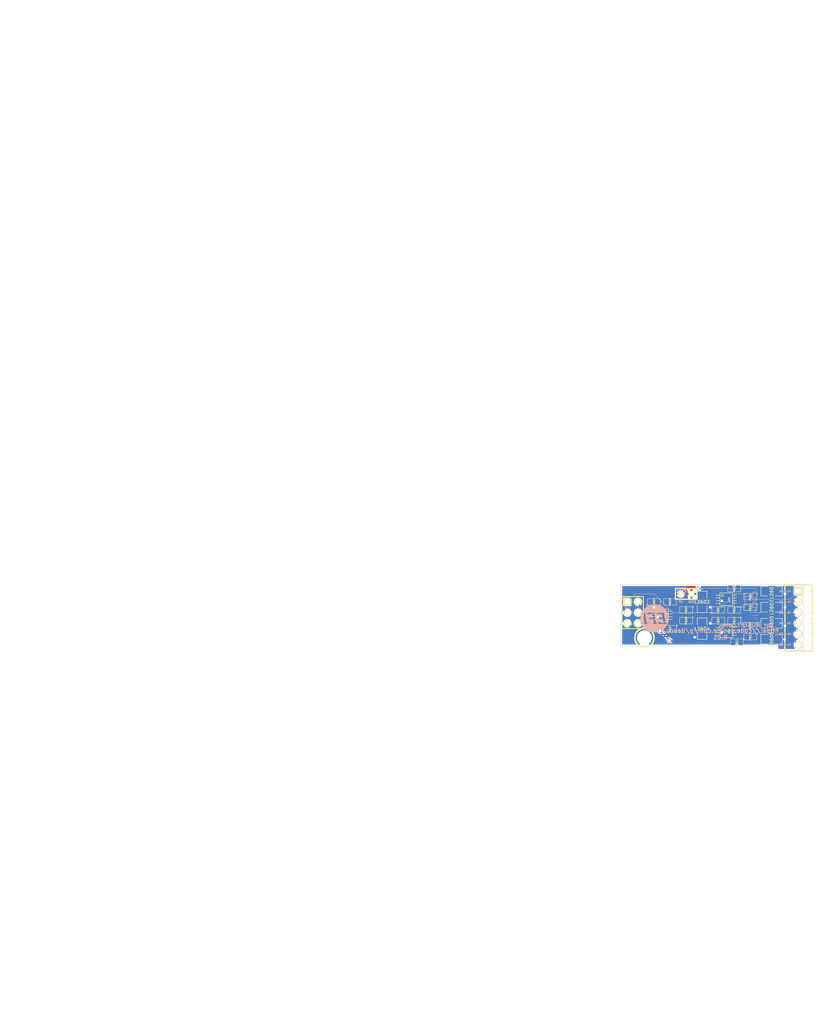
<source format=kicad_pcb>
(kicad_pcb (version 3) (host pcbnew "(2013-07-07 BZR 4022)-stable")

  (general
    (links 48)
    (no_connects 0)
    (area 28.778999 12.121499 224.790001 255.053501)
    (thickness 1.6)
    (drawings 72)
    (tracks 173)
    (zones 0)
    (modules 29)
    (nets 27)
  )

  (page B)
  (title_block 
    (title "High or low side drive board for RUSEFI.com")
    (rev .01)
    (company RUSEFI.com)
    (comment 2 Art_Electro)
    (comment 3 Art_Electro)
  )

  (layers
    (15 F.Cu signal)
    (0 B.Cu signal)
    (16 B.Adhes user)
    (17 F.Adhes user)
    (18 B.Paste user)
    (19 F.Paste user)
    (20 B.SilkS user)
    (21 F.SilkS user)
    (22 B.Mask user)
    (23 F.Mask user)
    (24 Dwgs.User user)
    (25 Cmts.User user)
    (26 Eco1.User user)
    (27 Eco2.User user)
    (28 Edge.Cuts user)
  )

  (setup
    (last_trace_width 0.254)
    (trace_clearance 0.2032)
    (zone_clearance 0.254)
    (zone_45_only no)
    (trace_min 0.254)
    (segment_width 0.1)
    (edge_width 0.1)
    (via_size 0.889)
    (via_drill 0.635)
    (via_min_size 0.889)
    (via_min_drill 0.508)
    (uvia_size 0.508)
    (uvia_drill 0.127)
    (uvias_allowed no)
    (uvia_min_size 0.508)
    (uvia_min_drill 0.127)
    (pcb_text_width 0.3)
    (pcb_text_size 1.5 1.5)
    (mod_edge_width 0.15)
    (mod_text_size 1 1)
    (mod_text_width 0.15)
    (pad_size 3 3)
    (pad_drill 3)
    (pad_to_mask_clearance 0)
    (aux_axis_origin 0 0)
    (visible_elements 7FFFFB3F)
    (pcbplotparams
      (layerselection 317751297)
      (usegerberextensions true)
      (excludeedgelayer true)
      (linewidth 0.150000)
      (plotframeref false)
      (viasonmask false)
      (mode 1)
      (useauxorigin false)
      (hpglpennumber 1)
      (hpglpenspeed 20)
      (hpglpendiameter 15)
      (hpglpenoverlay 2)
      (psnegative false)
      (psa4output false)
      (plotreference true)
      (plotvalue true)
      (plotothertext true)
      (plotinvisibletext false)
      (padsonsilk false)
      (subtractmaskfromsilk false)
      (outputformat 1)
      (mirror false)
      (drillshape 0)
      (scaleselection 1)
      (outputdirectory gerber))
  )

  (net 0 "")
  (net 1 /HL1)
  (net 2 /HL2)
  (net 3 /HL3)
  (net 4 /HL4)
  (net 5 /HL5)
  (net 6 /HL6)
  (net 7 /H_IN1)
  (net 8 /H_IN2)
  (net 9 /H_IN3)
  (net 10 /H_IN4)
  (net 11 /H_IN5)
  (net 12 /H_IN6)
  (net 13 /VP)
  (net 14 GND)
  (net 15 N-0000010)
  (net 16 N-0000011)
  (net 17 N-0000019)
  (net 18 N-0000021)
  (net 19 N-0000022)
  (net 20 N-0000023)
  (net 21 N-0000024)
  (net 22 N-0000025)
  (net 23 N-0000026)
  (net 24 N-0000029)
  (net 25 N-000006)
  (net 26 N-000008)

  (net_class Default "This is the default net class."
    (clearance 0.2032)
    (trace_width 0.254)
    (via_dia 0.889)
    (via_drill 0.635)
    (uvia_dia 0.508)
    (uvia_drill 0.127)
    (add_net "")
    (add_net /HL1)
    (add_net /HL2)
    (add_net /HL3)
    (add_net /HL4)
    (add_net /HL5)
    (add_net /HL6)
    (add_net /H_IN1)
    (add_net /H_IN2)
    (add_net /H_IN3)
    (add_net /H_IN4)
    (add_net /H_IN5)
    (add_net /H_IN6)
    (add_net /VP)
    (add_net GND)
    (add_net N-0000010)
    (add_net N-0000011)
    (add_net N-0000019)
    (add_net N-0000021)
    (add_net N-0000022)
    (add_net N-0000023)
    (add_net N-0000024)
    (add_net N-0000025)
    (add_net N-0000026)
    (add_net N-0000029)
    (add_net N-000006)
    (add_net N-000008)
  )

  (net_class .02 ""
    (clearance 0.2032)
    (trace_width 0.508)
    (via_dia 0.889)
    (via_drill 0.635)
    (uvia_dia 0.508)
    (uvia_drill 0.127)
  )

  (module SM1206 (layer F.Cu) (tedit 52E64023) (tstamp 52E63DA1)
    (at 195.58 161.29 270)
    (path /52E63D3F)
    (attr smd)
    (fp_text reference LD604 (at 0 0 360) (layer F.SilkS)
      (effects (font (size 0.762 0.762) (thickness 0.127)))
    )
    (fp_text value LED (at 0 0 270) (layer F.SilkS) hide
      (effects (font (size 0.762 0.762) (thickness 0.127)))
    )
    (fp_line (start -2.54 -1.143) (end -2.54 1.143) (layer F.SilkS) (width 0.127))
    (fp_line (start -2.54 1.143) (end -0.889 1.143) (layer F.SilkS) (width 0.127))
    (fp_line (start 0.889 -1.143) (end 2.54 -1.143) (layer F.SilkS) (width 0.127))
    (fp_line (start 2.54 -1.143) (end 2.54 1.143) (layer F.SilkS) (width 0.127))
    (fp_line (start 2.54 1.143) (end 0.889 1.143) (layer F.SilkS) (width 0.127))
    (fp_line (start -0.889 -1.143) (end -2.54 -1.143) (layer F.SilkS) (width 0.127))
    (pad 1 smd rect (at -1.651 0 270) (size 1.524 2.032)
      (layers F.Cu F.Paste F.Mask)
      (net 21 N-0000024)
    )
    (pad 2 smd rect (at 1.651 0 270) (size 1.524 2.032)
      (layers F.Cu F.Paste F.Mask)
      (net 14 GND)
    )
    (model smd/chip_cms.wrl
      (at (xyz 0 0 0))
      (scale (xyz 0.17 0.16 0.16))
      (rotate (xyz 0 0 0))
    )
  )

  (module SM1206 (layer F.Cu) (tedit 52E6402D) (tstamp 52E63DAD)
    (at 212.09 160.02)
    (path /52E63CC7)
    (attr smd)
    (fp_text reference LD605 (at 0 0 90) (layer F.SilkS)
      (effects (font (size 0.762 0.762) (thickness 0.127)))
    )
    (fp_text value LED (at 0 0) (layer F.SilkS) hide
      (effects (font (size 0.762 0.762) (thickness 0.127)))
    )
    (fp_line (start -2.54 -1.143) (end -2.54 1.143) (layer F.SilkS) (width 0.127))
    (fp_line (start -2.54 1.143) (end -0.889 1.143) (layer F.SilkS) (width 0.127))
    (fp_line (start 0.889 -1.143) (end 2.54 -1.143) (layer F.SilkS) (width 0.127))
    (fp_line (start 2.54 -1.143) (end 2.54 1.143) (layer F.SilkS) (width 0.127))
    (fp_line (start 2.54 1.143) (end 0.889 1.143) (layer F.SilkS) (width 0.127))
    (fp_line (start -0.889 -1.143) (end -2.54 -1.143) (layer F.SilkS) (width 0.127))
    (pad 1 smd rect (at -1.651 0) (size 1.524 2.032)
      (layers F.Cu F.Paste F.Mask)
      (net 25 N-000006)
    )
    (pad 2 smd rect (at 1.651 0) (size 1.524 2.032)
      (layers F.Cu F.Paste F.Mask)
      (net 14 GND)
    )
    (model smd/chip_cms.wrl
      (at (xyz 0 0 0))
      (scale (xyz 0.17 0.16 0.16))
      (rotate (xyz 0 0 0))
    )
  )

  (module SM1206 (layer F.Cu) (tedit 52E6402E) (tstamp 52E63DB9)
    (at 212.09 156.21)
    (path /52E63D2C)
    (attr smd)
    (fp_text reference LD602 (at 0 0 90) (layer F.SilkS)
      (effects (font (size 0.762 0.762) (thickness 0.127)))
    )
    (fp_text value LED (at 0 0) (layer F.SilkS) hide
      (effects (font (size 0.762 0.762) (thickness 0.127)))
    )
    (fp_line (start -2.54 -1.143) (end -2.54 1.143) (layer F.SilkS) (width 0.127))
    (fp_line (start -2.54 1.143) (end -0.889 1.143) (layer F.SilkS) (width 0.127))
    (fp_line (start 0.889 -1.143) (end 2.54 -1.143) (layer F.SilkS) (width 0.127))
    (fp_line (start 2.54 -1.143) (end 2.54 1.143) (layer F.SilkS) (width 0.127))
    (fp_line (start 2.54 1.143) (end 0.889 1.143) (layer F.SilkS) (width 0.127))
    (fp_line (start -0.889 -1.143) (end -2.54 -1.143) (layer F.SilkS) (width 0.127))
    (pad 1 smd rect (at -1.651 0) (size 1.524 2.032)
      (layers F.Cu F.Paste F.Mask)
      (net 26 N-000008)
    )
    (pad 2 smd rect (at 1.651 0) (size 1.524 2.032)
      (layers F.Cu F.Paste F.Mask)
      (net 14 GND)
    )
    (model smd/chip_cms.wrl
      (at (xyz 0 0 0))
      (scale (xyz 0.17 0.16 0.16))
      (rotate (xyz 0 0 0))
    )
  )

  (module SM1206 (layer F.Cu) (tedit 52E6402F) (tstamp 52E63DC5)
    (at 212.09 152.4)
    (path /52E63D36)
    (attr smd)
    (fp_text reference LD601 (at 0 0 90) (layer F.SilkS)
      (effects (font (size 0.762 0.762) (thickness 0.127)))
    )
    (fp_text value LED (at 0 0) (layer F.SilkS) hide
      (effects (font (size 0.762 0.762) (thickness 0.127)))
    )
    (fp_line (start -2.54 -1.143) (end -2.54 1.143) (layer F.SilkS) (width 0.127))
    (fp_line (start -2.54 1.143) (end -0.889 1.143) (layer F.SilkS) (width 0.127))
    (fp_line (start 0.889 -1.143) (end 2.54 -1.143) (layer F.SilkS) (width 0.127))
    (fp_line (start 2.54 -1.143) (end 2.54 1.143) (layer F.SilkS) (width 0.127))
    (fp_line (start 2.54 1.143) (end 0.889 1.143) (layer F.SilkS) (width 0.127))
    (fp_line (start -0.889 -1.143) (end -2.54 -1.143) (layer F.SilkS) (width 0.127))
    (pad 1 smd rect (at -1.651 0) (size 1.524 2.032)
      (layers F.Cu F.Paste F.Mask)
      (net 19 N-0000022)
    )
    (pad 2 smd rect (at 1.651 0) (size 1.524 2.032)
      (layers F.Cu F.Paste F.Mask)
      (net 14 GND)
    )
    (model smd/chip_cms.wrl
      (at (xyz 0 0 0))
      (scale (xyz 0.17 0.16 0.16))
      (rotate (xyz 0 0 0))
    )
  )

  (module SM1206 (layer F.Cu) (tedit 52E64030) (tstamp 52E63DD1)
    (at 212.09 163.83)
    (path /52E5BF3C)
    (attr smd)
    (fp_text reference LD606 (at 0 0 90) (layer F.SilkS)
      (effects (font (size 0.762 0.762) (thickness 0.127)))
    )
    (fp_text value LED (at 0 0) (layer F.SilkS) hide
      (effects (font (size 0.762 0.762) (thickness 0.127)))
    )
    (fp_line (start -2.54 -1.143) (end -2.54 1.143) (layer F.SilkS) (width 0.127))
    (fp_line (start -2.54 1.143) (end -0.889 1.143) (layer F.SilkS) (width 0.127))
    (fp_line (start 0.889 -1.143) (end 2.54 -1.143) (layer F.SilkS) (width 0.127))
    (fp_line (start 2.54 -1.143) (end 2.54 1.143) (layer F.SilkS) (width 0.127))
    (fp_line (start 2.54 1.143) (end 0.889 1.143) (layer F.SilkS) (width 0.127))
    (fp_line (start -0.889 -1.143) (end -2.54 -1.143) (layer F.SilkS) (width 0.127))
    (pad 1 smd rect (at -1.651 0) (size 1.524 2.032)
      (layers F.Cu F.Paste F.Mask)
      (net 22 N-0000025)
    )
    (pad 2 smd rect (at 1.651 0) (size 1.524 2.032)
      (layers F.Cu F.Paste F.Mask)
      (net 14 GND)
    )
    (model smd/chip_cms.wrl
      (at (xyz 0 0 0))
      (scale (xyz 0.17 0.16 0.16))
      (rotate (xyz 0 0 0))
    )
  )

  (module SM1206 (layer F.Cu) (tedit 52E64000) (tstamp 52E63DDD)
    (at 195.58 154.94 90)
    (path /52E63D48)
    (attr smd)
    (fp_text reference LD603 (at 0 0 180) (layer F.SilkS)
      (effects (font (size 0.762 0.762) (thickness 0.127)))
    )
    (fp_text value LED (at 0 0 90) (layer F.SilkS) hide
      (effects (font (size 0.762 0.762) (thickness 0.127)))
    )
    (fp_line (start -2.54 -1.143) (end -2.54 1.143) (layer F.SilkS) (width 0.127))
    (fp_line (start -2.54 1.143) (end -0.889 1.143) (layer F.SilkS) (width 0.127))
    (fp_line (start 0.889 -1.143) (end 2.54 -1.143) (layer F.SilkS) (width 0.127))
    (fp_line (start 2.54 -1.143) (end 2.54 1.143) (layer F.SilkS) (width 0.127))
    (fp_line (start 2.54 1.143) (end 0.889 1.143) (layer F.SilkS) (width 0.127))
    (fp_line (start -0.889 -1.143) (end -2.54 -1.143) (layer F.SilkS) (width 0.127))
    (pad 1 smd rect (at -1.651 0 90) (size 1.524 2.032)
      (layers F.Cu F.Paste F.Mask)
      (net 17 N-0000019)
    )
    (pad 2 smd rect (at 1.651 0 90) (size 1.524 2.032)
      (layers F.Cu F.Paste F.Mask)
      (net 14 GND)
    )
    (model smd/chip_cms.wrl
      (at (xyz 0 0 0))
      (scale (xyz 0.17 0.16 0.16))
      (rotate (xyz 0 0 0))
    )
  )

  (module SM0805 (layer F.Cu) (tedit 52E66D4D) (tstamp 52E63DEA)
    (at 187.96 161.29 180)
    (path /52E63D51)
    (attr smd)
    (fp_text reference R607 (at 0 0 270) (layer F.SilkS)
      (effects (font (size 0.50038 0.50038) (thickness 0.10922)))
    )
    (fp_text value 2700 (at 0 0.381 180) (layer F.SilkS) hide
      (effects (font (size 0.50038 0.50038) (thickness 0.10922)))
    )
    (fp_circle (center -1.651 0.762) (end -1.651 0.635) (layer F.SilkS) (width 0.09906))
    (fp_line (start -0.508 0.762) (end -1.524 0.762) (layer F.SilkS) (width 0.09906))
    (fp_line (start -1.524 0.762) (end -1.524 -0.762) (layer F.SilkS) (width 0.09906))
    (fp_line (start -1.524 -0.762) (end -0.508 -0.762) (layer F.SilkS) (width 0.09906))
    (fp_line (start 0.508 -0.762) (end 1.524 -0.762) (layer F.SilkS) (width 0.09906))
    (fp_line (start 1.524 -0.762) (end 1.524 0.762) (layer F.SilkS) (width 0.09906))
    (fp_line (start 1.524 0.762) (end 0.508 0.762) (layer F.SilkS) (width 0.09906))
    (pad 1 smd rect (at -0.9525 0 180) (size 0.889 1.397)
      (layers F.Cu F.Paste F.Mask)
      (net 21 N-0000024)
    )
    (pad 2 smd rect (at 0.9525 0 180) (size 0.889 1.397)
      (layers F.Cu F.Paste F.Mask)
      (net 16 N-0000011)
    )
    (model smd/chip_cms.wrl
      (at (xyz 0 0 0))
      (scale (xyz 0.1 0.1 0.1))
      (rotate (xyz 0 0 0))
    )
  )

  (module SM0805 (layer F.Cu) (tedit 52E66D47) (tstamp 52E63DF7)
    (at 191.77 159.385 180)
    (path /52E63D5A)
    (attr smd)
    (fp_text reference R608 (at 0 0 270) (layer F.SilkS)
      (effects (font (size 0.50038 0.50038) (thickness 0.10922)))
    )
    (fp_text value 100 (at 0 0.381 180) (layer F.SilkS) hide
      (effects (font (size 0.50038 0.50038) (thickness 0.10922)))
    )
    (fp_circle (center -1.651 0.762) (end -1.651 0.635) (layer F.SilkS) (width 0.09906))
    (fp_line (start -0.508 0.762) (end -1.524 0.762) (layer F.SilkS) (width 0.09906))
    (fp_line (start -1.524 0.762) (end -1.524 -0.762) (layer F.SilkS) (width 0.09906))
    (fp_line (start -1.524 -0.762) (end -0.508 -0.762) (layer F.SilkS) (width 0.09906))
    (fp_line (start 0.508 -0.762) (end 1.524 -0.762) (layer F.SilkS) (width 0.09906))
    (fp_line (start 1.524 -0.762) (end 1.524 0.762) (layer F.SilkS) (width 0.09906))
    (fp_line (start 1.524 0.762) (end 0.508 0.762) (layer F.SilkS) (width 0.09906))
    (pad 1 smd rect (at -0.9525 0 180) (size 0.889 1.397)
      (layers F.Cu F.Paste F.Mask)
      (net 4 /HL4)
    )
    (pad 2 smd rect (at 0.9525 0 180) (size 0.889 1.397)
      (layers F.Cu F.Paste F.Mask)
      (net 16 N-0000011)
    )
    (model smd/chip_cms.wrl
      (at (xyz 0 0 0))
      (scale (xyz 0.1 0.1 0.1))
      (rotate (xyz 0 0 0))
    )
  )

  (module SM0805 (layer F.Cu) (tedit 52E66D2A) (tstamp 52E63E04)
    (at 203.2 159.385 180)
    (path /52E63CB5)
    (attr smd)
    (fp_text reference R610 (at 0 0 270) (layer F.SilkS)
      (effects (font (size 0.50038 0.50038) (thickness 0.10922)))
    )
    (fp_text value 2700 (at 0 0.381 180) (layer F.SilkS) hide
      (effects (font (size 0.50038 0.50038) (thickness 0.10922)))
    )
    (fp_circle (center -1.651 0.762) (end -1.651 0.635) (layer F.SilkS) (width 0.09906))
    (fp_line (start -0.508 0.762) (end -1.524 0.762) (layer F.SilkS) (width 0.09906))
    (fp_line (start -1.524 0.762) (end -1.524 -0.762) (layer F.SilkS) (width 0.09906))
    (fp_line (start -1.524 -0.762) (end -0.508 -0.762) (layer F.SilkS) (width 0.09906))
    (fp_line (start 0.508 -0.762) (end 1.524 -0.762) (layer F.SilkS) (width 0.09906))
    (fp_line (start 1.524 -0.762) (end 1.524 0.762) (layer F.SilkS) (width 0.09906))
    (fp_line (start 1.524 0.762) (end 0.508 0.762) (layer F.SilkS) (width 0.09906))
    (pad 1 smd rect (at -0.9525 0 180) (size 0.889 1.397)
      (layers F.Cu F.Paste F.Mask)
      (net 25 N-000006)
    )
    (pad 2 smd rect (at 0.9525 0 180) (size 0.889 1.397)
      (layers F.Cu F.Paste F.Mask)
      (net 23 N-0000026)
    )
    (model smd/chip_cms.wrl
      (at (xyz 0 0 0))
      (scale (xyz 0.1 0.1 0.1))
      (rotate (xyz 0 0 0))
    )
  )

  (module SM0805 (layer F.Cu) (tedit 52E66D29) (tstamp 52E63E11)
    (at 203.2 156.845 180)
    (path /52E63D63)
    (attr smd)
    (fp_text reference R603 (at 0 0 270) (layer F.SilkS)
      (effects (font (size 0.50038 0.50038) (thickness 0.10922)))
    )
    (fp_text value 2700 (at 0 0.381 180) (layer F.SilkS) hide
      (effects (font (size 0.50038 0.50038) (thickness 0.10922)))
    )
    (fp_circle (center -1.651 0.762) (end -1.651 0.635) (layer F.SilkS) (width 0.09906))
    (fp_line (start -0.508 0.762) (end -1.524 0.762) (layer F.SilkS) (width 0.09906))
    (fp_line (start -1.524 0.762) (end -1.524 -0.762) (layer F.SilkS) (width 0.09906))
    (fp_line (start -1.524 -0.762) (end -0.508 -0.762) (layer F.SilkS) (width 0.09906))
    (fp_line (start 0.508 -0.762) (end 1.524 -0.762) (layer F.SilkS) (width 0.09906))
    (fp_line (start 1.524 -0.762) (end 1.524 0.762) (layer F.SilkS) (width 0.09906))
    (fp_line (start 1.524 0.762) (end 0.508 0.762) (layer F.SilkS) (width 0.09906))
    (pad 1 smd rect (at -0.9525 0 180) (size 0.889 1.397)
      (layers F.Cu F.Paste F.Mask)
      (net 26 N-000008)
    )
    (pad 2 smd rect (at 0.9525 0 180) (size 0.889 1.397)
      (layers F.Cu F.Paste F.Mask)
      (net 15 N-0000010)
    )
    (model smd/chip_cms.wrl
      (at (xyz 0 0 0))
      (scale (xyz 0.1 0.1 0.1))
      (rotate (xyz 0 0 0))
    )
  )

  (module SM0805 (layer F.Cu) (tedit 52E66D3F) (tstamp 52E63E1E)
    (at 207.01 156.21 180)
    (path /52E63D6C)
    (attr smd)
    (fp_text reference R604 (at 0 0 270) (layer F.SilkS)
      (effects (font (size 0.50038 0.50038) (thickness 0.10922)))
    )
    (fp_text value 100 (at 0 0.381 180) (layer F.SilkS) hide
      (effects (font (size 0.50038 0.50038) (thickness 0.10922)))
    )
    (fp_circle (center -1.651 0.762) (end -1.651 0.635) (layer F.SilkS) (width 0.09906))
    (fp_line (start -0.508 0.762) (end -1.524 0.762) (layer F.SilkS) (width 0.09906))
    (fp_line (start -1.524 0.762) (end -1.524 -0.762) (layer F.SilkS) (width 0.09906))
    (fp_line (start -1.524 -0.762) (end -0.508 -0.762) (layer F.SilkS) (width 0.09906))
    (fp_line (start 0.508 -0.762) (end 1.524 -0.762) (layer F.SilkS) (width 0.09906))
    (fp_line (start 1.524 -0.762) (end 1.524 0.762) (layer F.SilkS) (width 0.09906))
    (fp_line (start 1.524 0.762) (end 0.508 0.762) (layer F.SilkS) (width 0.09906))
    (pad 1 smd rect (at -0.9525 0 180) (size 0.889 1.397)
      (layers F.Cu F.Paste F.Mask)
      (net 2 /HL2)
    )
    (pad 2 smd rect (at 0.9525 0 180) (size 0.889 1.397)
      (layers F.Cu F.Paste F.Mask)
      (net 15 N-0000010)
    )
    (model smd/chip_cms.wrl
      (at (xyz 0 0 0))
      (scale (xyz 0.1 0.1 0.1))
      (rotate (xyz 0 0 0))
    )
  )

  (module SM0805 (layer F.Cu) (tedit 52E66D34) (tstamp 52E63E2B)
    (at 199.39 159.385)
    (path /52E63D75)
    (attr smd)
    (fp_text reference C602 (at 0 0 90) (layer F.SilkS)
      (effects (font (size 0.50038 0.50038) (thickness 0.10922)))
    )
    (fp_text value 0.1uF (at 0 0.381) (layer F.SilkS) hide
      (effects (font (size 0.50038 0.50038) (thickness 0.10922)))
    )
    (fp_circle (center -1.651 0.762) (end -1.651 0.635) (layer F.SilkS) (width 0.09906))
    (fp_line (start -0.508 0.762) (end -1.524 0.762) (layer F.SilkS) (width 0.09906))
    (fp_line (start -1.524 0.762) (end -1.524 -0.762) (layer F.SilkS) (width 0.09906))
    (fp_line (start -1.524 -0.762) (end -0.508 -0.762) (layer F.SilkS) (width 0.09906))
    (fp_line (start 0.508 -0.762) (end 1.524 -0.762) (layer F.SilkS) (width 0.09906))
    (fp_line (start 1.524 -0.762) (end 1.524 0.762) (layer F.SilkS) (width 0.09906))
    (fp_line (start 1.524 0.762) (end 0.508 0.762) (layer F.SilkS) (width 0.09906))
    (pad 1 smd rect (at -0.9525 0) (size 0.889 1.397)
      (layers F.Cu F.Paste F.Mask)
      (net 14 GND)
    )
    (pad 2 smd rect (at 0.9525 0) (size 0.889 1.397)
      (layers F.Cu F.Paste F.Mask)
      (net 13 /VP)
    )
    (model smd/chip_cms.wrl
      (at (xyz 0 0 0))
      (scale (xyz 0.1 0.1 0.1))
      (rotate (xyz 0 0 0))
    )
  )

  (module SM0805 (layer F.Cu) (tedit 52E66D3D) (tstamp 52E63E38)
    (at 207.01 153.67 180)
    (path /52E63D23)
    (attr smd)
    (fp_text reference R601 (at 0 0 270) (layer F.SilkS)
      (effects (font (size 0.50038 0.50038) (thickness 0.10922)))
    )
    (fp_text value 100 (at 0 0.381 180) (layer F.SilkS) hide
      (effects (font (size 0.50038 0.50038) (thickness 0.10922)))
    )
    (fp_circle (center -1.651 0.762) (end -1.651 0.635) (layer F.SilkS) (width 0.09906))
    (fp_line (start -0.508 0.762) (end -1.524 0.762) (layer F.SilkS) (width 0.09906))
    (fp_line (start -1.524 0.762) (end -1.524 -0.762) (layer F.SilkS) (width 0.09906))
    (fp_line (start -1.524 -0.762) (end -0.508 -0.762) (layer F.SilkS) (width 0.09906))
    (fp_line (start 0.508 -0.762) (end 1.524 -0.762) (layer F.SilkS) (width 0.09906))
    (fp_line (start 1.524 -0.762) (end 1.524 0.762) (layer F.SilkS) (width 0.09906))
    (fp_line (start 1.524 0.762) (end 0.508 0.762) (layer F.SilkS) (width 0.09906))
    (pad 1 smd rect (at -0.9525 0 180) (size 0.889 1.397)
      (layers F.Cu F.Paste F.Mask)
      (net 1 /HL1)
    )
    (pad 2 smd rect (at 0.9525 0 180) (size 0.889 1.397)
      (layers F.Cu F.Paste F.Mask)
      (net 20 N-0000023)
    )
    (model smd/chip_cms.wrl
      (at (xyz 0 0 0))
      (scale (xyz 0.1 0.1 0.1))
      (rotate (xyz 0 0 0))
    )
  )

  (module SM0805 (layer F.Cu) (tedit 52E66D30) (tstamp 52E63E45)
    (at 203.2 151.765 180)
    (path /52E63D1A)
    (attr smd)
    (fp_text reference R602 (at 0 0 270) (layer F.SilkS)
      (effects (font (size 0.50038 0.50038) (thickness 0.10922)))
    )
    (fp_text value 2700 (at 0 0.381 180) (layer F.SilkS) hide
      (effects (font (size 0.50038 0.50038) (thickness 0.10922)))
    )
    (fp_circle (center -1.651 0.762) (end -1.651 0.635) (layer F.SilkS) (width 0.09906))
    (fp_line (start -0.508 0.762) (end -1.524 0.762) (layer F.SilkS) (width 0.09906))
    (fp_line (start -1.524 0.762) (end -1.524 -0.762) (layer F.SilkS) (width 0.09906))
    (fp_line (start -1.524 -0.762) (end -0.508 -0.762) (layer F.SilkS) (width 0.09906))
    (fp_line (start 0.508 -0.762) (end 1.524 -0.762) (layer F.SilkS) (width 0.09906))
    (fp_line (start 1.524 -0.762) (end 1.524 0.762) (layer F.SilkS) (width 0.09906))
    (fp_line (start 1.524 0.762) (end 0.508 0.762) (layer F.SilkS) (width 0.09906))
    (pad 1 smd rect (at -0.9525 0 180) (size 0.889 1.397)
      (layers F.Cu F.Paste F.Mask)
      (net 19 N-0000022)
    )
    (pad 2 smd rect (at 0.9525 0 180) (size 0.889 1.397)
      (layers F.Cu F.Paste F.Mask)
      (net 20 N-0000023)
    )
    (model smd/chip_cms.wrl
      (at (xyz 0 0 0))
      (scale (xyz 0.1 0.1 0.1))
      (rotate (xyz 0 0 0))
    )
  )

  (module SM0805 (layer F.Cu) (tedit 52E66D49) (tstamp 52E63E52)
    (at 191.77 156.845 180)
    (path /52E63D11)
    (attr smd)
    (fp_text reference R605 (at 0 0 270) (layer F.SilkS)
      (effects (font (size 0.50038 0.50038) (thickness 0.10922)))
    )
    (fp_text value 100 (at 0 0.381 180) (layer F.SilkS) hide
      (effects (font (size 0.50038 0.50038) (thickness 0.10922)))
    )
    (fp_circle (center -1.651 0.762) (end -1.651 0.635) (layer F.SilkS) (width 0.09906))
    (fp_line (start -0.508 0.762) (end -1.524 0.762) (layer F.SilkS) (width 0.09906))
    (fp_line (start -1.524 0.762) (end -1.524 -0.762) (layer F.SilkS) (width 0.09906))
    (fp_line (start -1.524 -0.762) (end -0.508 -0.762) (layer F.SilkS) (width 0.09906))
    (fp_line (start 0.508 -0.762) (end 1.524 -0.762) (layer F.SilkS) (width 0.09906))
    (fp_line (start 1.524 -0.762) (end 1.524 0.762) (layer F.SilkS) (width 0.09906))
    (fp_line (start 1.524 0.762) (end 0.508 0.762) (layer F.SilkS) (width 0.09906))
    (pad 1 smd rect (at -0.9525 0 180) (size 0.889 1.397)
      (layers F.Cu F.Paste F.Mask)
      (net 3 /HL3)
    )
    (pad 2 smd rect (at 0.9525 0 180) (size 0.889 1.397)
      (layers F.Cu F.Paste F.Mask)
      (net 18 N-0000021)
    )
    (model smd/chip_cms.wrl
      (at (xyz 0 0 0))
      (scale (xyz 0.1 0.1 0.1))
      (rotate (xyz 0 0 0))
    )
  )

  (module SM0805 (layer F.Cu) (tedit 52E66D4B) (tstamp 52E63E5F)
    (at 187.96 154.94 180)
    (path /52E63D08)
    (attr smd)
    (fp_text reference R606 (at 0 0 270) (layer F.SilkS)
      (effects (font (size 0.50038 0.50038) (thickness 0.10922)))
    )
    (fp_text value 2700 (at 0 0.381 180) (layer F.SilkS) hide
      (effects (font (size 0.50038 0.50038) (thickness 0.10922)))
    )
    (fp_circle (center -1.651 0.762) (end -1.651 0.635) (layer F.SilkS) (width 0.09906))
    (fp_line (start -0.508 0.762) (end -1.524 0.762) (layer F.SilkS) (width 0.09906))
    (fp_line (start -1.524 0.762) (end -1.524 -0.762) (layer F.SilkS) (width 0.09906))
    (fp_line (start -1.524 -0.762) (end -0.508 -0.762) (layer F.SilkS) (width 0.09906))
    (fp_line (start 0.508 -0.762) (end 1.524 -0.762) (layer F.SilkS) (width 0.09906))
    (fp_line (start 1.524 -0.762) (end 1.524 0.762) (layer F.SilkS) (width 0.09906))
    (fp_line (start 1.524 0.762) (end 0.508 0.762) (layer F.SilkS) (width 0.09906))
    (pad 1 smd rect (at -0.9525 0 180) (size 0.889 1.397)
      (layers F.Cu F.Paste F.Mask)
      (net 17 N-0000019)
    )
    (pad 2 smd rect (at 0.9525 0 180) (size 0.889 1.397)
      (layers F.Cu F.Paste F.Mask)
      (net 18 N-0000021)
    )
    (model smd/chip_cms.wrl
      (at (xyz 0 0 0))
      (scale (xyz 0.1 0.1 0.1))
      (rotate (xyz 0 0 0))
    )
  )

  (module SM0805 (layer F.Cu) (tedit 52E66D32) (tstamp 52E63E6C)
    (at 199.39 156.845)
    (path /52E63D7E)
    (attr smd)
    (fp_text reference C601 (at 0 0 90) (layer F.SilkS)
      (effects (font (size 0.50038 0.50038) (thickness 0.10922)))
    )
    (fp_text value 0.1uF (at 0 0.381) (layer F.SilkS) hide
      (effects (font (size 0.50038 0.50038) (thickness 0.10922)))
    )
    (fp_circle (center -1.651 0.762) (end -1.651 0.635) (layer F.SilkS) (width 0.09906))
    (fp_line (start -0.508 0.762) (end -1.524 0.762) (layer F.SilkS) (width 0.09906))
    (fp_line (start -1.524 0.762) (end -1.524 -0.762) (layer F.SilkS) (width 0.09906))
    (fp_line (start -1.524 -0.762) (end -0.508 -0.762) (layer F.SilkS) (width 0.09906))
    (fp_line (start 0.508 -0.762) (end 1.524 -0.762) (layer F.SilkS) (width 0.09906))
    (fp_line (start 1.524 -0.762) (end 1.524 0.762) (layer F.SilkS) (width 0.09906))
    (fp_line (start 1.524 0.762) (end 0.508 0.762) (layer F.SilkS) (width 0.09906))
    (pad 1 smd rect (at -0.9525 0) (size 0.889 1.397)
      (layers F.Cu F.Paste F.Mask)
      (net 14 GND)
    )
    (pad 2 smd rect (at 0.9525 0) (size 0.889 1.397)
      (layers F.Cu F.Paste F.Mask)
      (net 13 /VP)
    )
    (model smd/chip_cms.wrl
      (at (xyz 0 0 0))
      (scale (xyz 0.1 0.1 0.1))
      (rotate (xyz 0 0 0))
    )
  )

  (module SM0805 (layer F.Cu) (tedit 52E66D41) (tstamp 52E63E79)
    (at 207.01 160.655 180)
    (path /52E63CBE)
    (attr smd)
    (fp_text reference R609 (at 0 0 270) (layer F.SilkS)
      (effects (font (size 0.50038 0.50038) (thickness 0.10922)))
    )
    (fp_text value 100 (at 0 0.381 180) (layer F.SilkS) hide
      (effects (font (size 0.50038 0.50038) (thickness 0.10922)))
    )
    (fp_circle (center -1.651 0.762) (end -1.651 0.635) (layer F.SilkS) (width 0.09906))
    (fp_line (start -0.508 0.762) (end -1.524 0.762) (layer F.SilkS) (width 0.09906))
    (fp_line (start -1.524 0.762) (end -1.524 -0.762) (layer F.SilkS) (width 0.09906))
    (fp_line (start -1.524 -0.762) (end -0.508 -0.762) (layer F.SilkS) (width 0.09906))
    (fp_line (start 0.508 -0.762) (end 1.524 -0.762) (layer F.SilkS) (width 0.09906))
    (fp_line (start 1.524 -0.762) (end 1.524 0.762) (layer F.SilkS) (width 0.09906))
    (fp_line (start 1.524 0.762) (end 0.508 0.762) (layer F.SilkS) (width 0.09906))
    (pad 1 smd rect (at -0.9525 0 180) (size 0.889 1.397)
      (layers F.Cu F.Paste F.Mask)
      (net 5 /HL5)
    )
    (pad 2 smd rect (at 0.9525 0 180) (size 0.889 1.397)
      (layers F.Cu F.Paste F.Mask)
      (net 23 N-0000026)
    )
    (model smd/chip_cms.wrl
      (at (xyz 0 0 0))
      (scale (xyz 0.1 0.1 0.1))
      (rotate (xyz 0 0 0))
    )
  )

  (module SM0805 (layer F.Cu) (tedit 52E66E45) (tstamp 52E63E86)
    (at 184.15 154.94)
    (path /524F7FBD)
    (attr smd)
    (fp_text reference C603 (at 0 0 90) (layer F.SilkS)
      (effects (font (size 0.50038 0.50038) (thickness 0.10922)))
    )
    (fp_text value 0.1uF (at 0 0.381) (layer F.SilkS) hide
      (effects (font (size 0.50038 0.50038) (thickness 0.10922)))
    )
    (fp_circle (center -1.651 0.762) (end -1.651 0.635) (layer F.SilkS) (width 0.09906))
    (fp_line (start -0.508 0.762) (end -1.524 0.762) (layer F.SilkS) (width 0.09906))
    (fp_line (start -1.524 0.762) (end -1.524 -0.762) (layer F.SilkS) (width 0.09906))
    (fp_line (start -1.524 -0.762) (end -0.508 -0.762) (layer F.SilkS) (width 0.09906))
    (fp_line (start 0.508 -0.762) (end 1.524 -0.762) (layer F.SilkS) (width 0.09906))
    (fp_line (start 1.524 -0.762) (end 1.524 0.762) (layer F.SilkS) (width 0.09906))
    (fp_line (start 1.524 0.762) (end 0.508 0.762) (layer F.SilkS) (width 0.09906))
    (pad 1 smd rect (at -0.9525 0) (size 0.889 1.397)
      (layers F.Cu F.Paste F.Mask)
      (net 14 GND)
    )
    (pad 2 smd rect (at 0.9525 0) (size 0.889 1.397)
      (layers F.Cu F.Paste F.Mask)
      (net 13 /VP)
    )
    (model smd/chip_cms.wrl
      (at (xyz 0 0 0))
      (scale (xyz 0.1 0.1 0.1))
      (rotate (xyz 0 0 0))
    )
  )

  (module SM0805 (layer F.Cu) (tedit 52E66D43) (tstamp 52E63E93)
    (at 207.01 163.195 180)
    (path /52E5BFE6)
    (attr smd)
    (fp_text reference R612 (at 0 0 270) (layer F.SilkS)
      (effects (font (size 0.50038 0.50038) (thickness 0.10922)))
    )
    (fp_text value 100 (at 0 0.381 180) (layer F.SilkS) hide
      (effects (font (size 0.50038 0.50038) (thickness 0.10922)))
    )
    (fp_circle (center -1.651 0.762) (end -1.651 0.635) (layer F.SilkS) (width 0.09906))
    (fp_line (start -0.508 0.762) (end -1.524 0.762) (layer F.SilkS) (width 0.09906))
    (fp_line (start -1.524 0.762) (end -1.524 -0.762) (layer F.SilkS) (width 0.09906))
    (fp_line (start -1.524 -0.762) (end -0.508 -0.762) (layer F.SilkS) (width 0.09906))
    (fp_line (start 0.508 -0.762) (end 1.524 -0.762) (layer F.SilkS) (width 0.09906))
    (fp_line (start 1.524 -0.762) (end 1.524 0.762) (layer F.SilkS) (width 0.09906))
    (fp_line (start 1.524 0.762) (end 0.508 0.762) (layer F.SilkS) (width 0.09906))
    (pad 1 smd rect (at -0.9525 0 180) (size 0.889 1.397)
      (layers F.Cu F.Paste F.Mask)
      (net 6 /HL6)
    )
    (pad 2 smd rect (at 0.9525 0 180) (size 0.889 1.397)
      (layers F.Cu F.Paste F.Mask)
      (net 24 N-0000029)
    )
    (model smd/chip_cms.wrl
      (at (xyz 0 0 0))
      (scale (xyz 0.1 0.1 0.1))
      (rotate (xyz 0 0 0))
    )
  )

  (module SM0805 (layer F.Cu) (tedit 52E66E41) (tstamp 52E63EA0)
    (at 203.835 164.465 180)
    (path /52E5BF4C)
    (attr smd)
    (fp_text reference R611 (at 0 0 270) (layer F.SilkS)
      (effects (font (size 0.50038 0.50038) (thickness 0.10922)))
    )
    (fp_text value 2700 (at 0 0.381 180) (layer F.SilkS) hide
      (effects (font (size 0.50038 0.50038) (thickness 0.10922)))
    )
    (fp_circle (center -1.651 0.762) (end -1.651 0.635) (layer F.SilkS) (width 0.09906))
    (fp_line (start -0.508 0.762) (end -1.524 0.762) (layer F.SilkS) (width 0.09906))
    (fp_line (start -1.524 0.762) (end -1.524 -0.762) (layer F.SilkS) (width 0.09906))
    (fp_line (start -1.524 -0.762) (end -0.508 -0.762) (layer F.SilkS) (width 0.09906))
    (fp_line (start 0.508 -0.762) (end 1.524 -0.762) (layer F.SilkS) (width 0.09906))
    (fp_line (start 1.524 -0.762) (end 1.524 0.762) (layer F.SilkS) (width 0.09906))
    (fp_line (start 1.524 0.762) (end 0.508 0.762) (layer F.SilkS) (width 0.09906))
    (pad 1 smd rect (at -0.9525 0 180) (size 0.889 1.397)
      (layers F.Cu F.Paste F.Mask)
      (net 22 N-0000025)
    )
    (pad 2 smd rect (at 0.9525 0 180) (size 0.889 1.397)
      (layers F.Cu F.Paste F.Mask)
      (net 24 N-0000029)
    )
    (model smd/chip_cms.wrl
      (at (xyz 0 0 0))
      (scale (xyz 0.1 0.1 0.1))
      (rotate (xyz 0 0 0))
    )
  )

  (module SIL-2 (layer F.Cu) (tedit 52E7CB55) (tstamp 52E63EB9)
    (at 191.77 153.035 180)
    (descr "Connecteurs 2 pins")
    (tags "CONN DEV")
    (path /52E63399)
    (fp_text reference P602 (at 3.81 0 180) (layer F.SilkS) hide
      (effects (font (size 1.016 1.016) (thickness 0.2032)))
    )
    (fp_text value CONN_2 (at 0 -2.54 180) (layer F.SilkS) hide
      (effects (font (size 1.524 1.016) (thickness 0.3048)))
    )
    (fp_line (start -2.54 1.27) (end -2.54 -1.27) (layer F.SilkS) (width 0.3048))
    (fp_line (start -2.54 -1.27) (end 2.54 -1.27) (layer F.SilkS) (width 0.3048))
    (fp_line (start 2.54 -1.27) (end 2.54 1.27) (layer F.SilkS) (width 0.3048))
    (fp_line (start 2.54 1.27) (end -2.54 1.27) (layer F.SilkS) (width 0.3048))
    (pad 1 thru_hole rect (at -1.27 0 180) (size 1.397 1.397) (drill 0.8128)
      (layers *.Cu *.Mask F.SilkS)
      (net 14 GND)
    )
    (pad 2 thru_hole circle (at 1.27 0 180) (size 1.397 1.397) (drill 0.8128)
      (layers *.Cu *.Mask F.SilkS)
      (net 13 /VP)
    )
  )

  (module pin_array_3x2 (layer F.Cu) (tedit 52E7CB5C) (tstamp 52E6404E)
    (at 179.07 157.48 270)
    (descr "Double rangee de contacts 2 x 4 pins")
    (tags CONN)
    (path /52E6349C)
    (fp_text reference P601 (at -5.08 0 360) (layer F.SilkS) hide
      (effects (font (size 1.016 1.016) (thickness 0.2032)))
    )
    (fp_text value CONN_3X2 (at 0 3.81 270) (layer F.SilkS) hide
      (effects (font (size 1.016 1.016) (thickness 0.2032)))
    )
    (fp_line (start 3.81 2.54) (end -3.81 2.54) (layer F.SilkS) (width 0.2032))
    (fp_line (start -3.81 -2.54) (end 3.81 -2.54) (layer F.SilkS) (width 0.2032))
    (fp_line (start 3.81 -2.54) (end 3.81 2.54) (layer F.SilkS) (width 0.2032))
    (fp_line (start -3.81 2.54) (end -3.81 -2.54) (layer F.SilkS) (width 0.2032))
    (pad 1 thru_hole rect (at -2.54 1.27 270) (size 1.524 1.524) (drill 1.016)
      (layers *.Cu *.Mask F.SilkS)
      (net 7 /H_IN1)
    )
    (pad 2 thru_hole circle (at -2.54 -1.27 270) (size 1.524 1.524) (drill 1.016)
      (layers *.Cu *.Mask F.SilkS)
      (net 8 /H_IN2)
    )
    (pad 3 thru_hole circle (at 0 1.27 270) (size 1.524 1.524) (drill 1.016)
      (layers *.Cu *.Mask F.SilkS)
      (net 9 /H_IN3)
    )
    (pad 4 thru_hole circle (at 0 -1.27 270) (size 1.524 1.524) (drill 1.016)
      (layers *.Cu *.Mask F.SilkS)
      (net 10 /H_IN4)
    )
    (pad 5 thru_hole circle (at 2.54 1.27 270) (size 1.524 1.524) (drill 1.016)
      (layers *.Cu *.Mask F.SilkS)
      (net 11 /H_IN5)
    )
    (pad 6 thru_hole circle (at 2.54 -1.27 270) (size 1.524 1.524) (drill 1.016)
      (layers *.Cu *.Mask F.SilkS)
      (net 12 /H_IN6)
    )
    (model pin_array/pins_array_3x2.wrl
      (at (xyz 0 0 0))
      (scale (xyz 1 1 1))
      (rotate (xyz 0 0 0))
    )
  )

  (module msoic-8 (layer F.Cu) (tedit 52E64008) (tstamp 52E641E6)
    (at 201.295 161.925 270)
    (descr MSOIC-8)
    (path /52E5BE64)
    (attr smd)
    (fp_text reference U603 (at 0 -0.70104 270) (layer F.SilkS)
      (effects (font (size 0.29972 0.29972) (thickness 0.07112)))
    )
    (fp_text value TC4427AVOA (at 0 0.29972 270) (layer F.SilkS) hide
      (effects (font (size 0.50038 0.50038) (thickness 0.09906)))
    )
    (fp_line (start 0.3302 -1.4986) (end 0.3302 -2.413) (layer F.SilkS) (width 0.127))
    (fp_line (start -0.3302 -1.4986) (end -0.3302 -2.413) (layer F.SilkS) (width 0.127))
    (fp_line (start -0.9652 -1.4986) (end -0.9652 -2.413) (layer F.SilkS) (width 0.127))
    (fp_line (start 0.9652 -1.4986) (end 0.9652 -2.413) (layer F.SilkS) (width 0.127))
    (fp_line (start 0.9652 1.4986) (end 0.9652 2.413) (layer F.SilkS) (width 0.127))
    (fp_line (start 0.3302 1.4986) (end 0.3302 2.413) (layer F.SilkS) (width 0.127))
    (fp_line (start -0.9652 1.4986) (end -0.9652 2.413) (layer F.SilkS) (width 0.127))
    (fp_line (start -0.3302 1.4986) (end -0.3302 2.413) (layer F.SilkS) (width 0.127))
    (fp_circle (center -0.89916 0.9017) (end -1.09982 1.09982) (layer F.SilkS) (width 0.127))
    (fp_line (start 1.50114 -1.50114) (end -1.50114 -1.50114) (layer F.SilkS) (width 0.127))
    (fp_line (start -1.50114 -1.50114) (end -1.50114 1.50114) (layer F.SilkS) (width 0.127))
    (fp_line (start -1.50114 1.50114) (end 1.50114 1.50114) (layer F.SilkS) (width 0.127))
    (fp_line (start 1.50114 1.50114) (end 1.50114 -1.50114) (layer F.SilkS) (width 0.127))
    (pad 1 smd rect (at -0.97536 2.30124 270) (size 0.40894 1.02108)
      (layers F.Cu F.Paste F.Mask)
    )
    (pad 2 smd rect (at -0.32512 2.30124 270) (size 0.40894 1.02108)
      (layers F.Cu F.Paste F.Mask)
      (net 12 /H_IN6)
    )
    (pad 3 smd rect (at 0.32512 2.30124 270) (size 0.40894 1.02108)
      (layers F.Cu F.Paste F.Mask)
      (net 14 GND)
    )
    (pad 4 smd rect (at 0.97536 2.30124 270) (size 0.40894 1.02108)
      (layers F.Cu F.Paste F.Mask)
      (net 11 /H_IN5)
    )
    (pad 5 smd rect (at 0.97536 -2.30124 270) (size 0.40894 1.02108)
      (layers F.Cu F.Paste F.Mask)
      (net 24 N-0000029)
    )
    (pad 6 smd rect (at 0.32512 -2.30124 270) (size 0.40894 1.02108)
      (layers F.Cu F.Paste F.Mask)
      (net 13 /VP)
    )
    (pad 7 smd rect (at -0.32512 -2.30124 270) (size 0.40894 1.02108)
      (layers F.Cu F.Paste F.Mask)
      (net 23 N-0000026)
    )
    (pad 8 smd rect (at -0.97536 -2.30124 270) (size 0.40894 1.02108)
      (layers F.Cu F.Paste F.Mask)
    )
    (model smd/smd_dil/msoic-8.wrl
      (at (xyz 0 0 0))
      (scale (xyz 1 1 1))
      (rotate (xyz 0 0 0))
    )
  )

  (module msoic-8 (layer F.Cu) (tedit 52E6400C) (tstamp 52E641FF)
    (at 186.055 158.115 270)
    (descr MSOIC-8)
    (path /52E63CA3)
    (attr smd)
    (fp_text reference U602 (at 0 -0.70104 270) (layer F.SilkS)
      (effects (font (size 0.29972 0.29972) (thickness 0.07112)))
    )
    (fp_text value TC4427AVOA (at 0 0.29972 270) (layer F.SilkS) hide
      (effects (font (size 0.50038 0.50038) (thickness 0.09906)))
    )
    (fp_line (start 0.3302 -1.4986) (end 0.3302 -2.413) (layer F.SilkS) (width 0.127))
    (fp_line (start -0.3302 -1.4986) (end -0.3302 -2.413) (layer F.SilkS) (width 0.127))
    (fp_line (start -0.9652 -1.4986) (end -0.9652 -2.413) (layer F.SilkS) (width 0.127))
    (fp_line (start 0.9652 -1.4986) (end 0.9652 -2.413) (layer F.SilkS) (width 0.127))
    (fp_line (start 0.9652 1.4986) (end 0.9652 2.413) (layer F.SilkS) (width 0.127))
    (fp_line (start 0.3302 1.4986) (end 0.3302 2.413) (layer F.SilkS) (width 0.127))
    (fp_line (start -0.9652 1.4986) (end -0.9652 2.413) (layer F.SilkS) (width 0.127))
    (fp_line (start -0.3302 1.4986) (end -0.3302 2.413) (layer F.SilkS) (width 0.127))
    (fp_circle (center -0.89916 0.9017) (end -1.09982 1.09982) (layer F.SilkS) (width 0.127))
    (fp_line (start 1.50114 -1.50114) (end -1.50114 -1.50114) (layer F.SilkS) (width 0.127))
    (fp_line (start -1.50114 -1.50114) (end -1.50114 1.50114) (layer F.SilkS) (width 0.127))
    (fp_line (start -1.50114 1.50114) (end 1.50114 1.50114) (layer F.SilkS) (width 0.127))
    (fp_line (start 1.50114 1.50114) (end 1.50114 -1.50114) (layer F.SilkS) (width 0.127))
    (pad 1 smd rect (at -0.97536 2.30124 270) (size 0.40894 1.02108)
      (layers F.Cu F.Paste F.Mask)
    )
    (pad 2 smd rect (at -0.32512 2.30124 270) (size 0.40894 1.02108)
      (layers F.Cu F.Paste F.Mask)
      (net 8 /H_IN2)
    )
    (pad 3 smd rect (at 0.32512 2.30124 270) (size 0.40894 1.02108)
      (layers F.Cu F.Paste F.Mask)
      (net 14 GND)
    )
    (pad 4 smd rect (at 0.97536 2.30124 270) (size 0.40894 1.02108)
      (layers F.Cu F.Paste F.Mask)
      (net 10 /H_IN4)
    )
    (pad 5 smd rect (at 0.97536 -2.30124 270) (size 0.40894 1.02108)
      (layers F.Cu F.Paste F.Mask)
      (net 16 N-0000011)
    )
    (pad 6 smd rect (at 0.32512 -2.30124 270) (size 0.40894 1.02108)
      (layers F.Cu F.Paste F.Mask)
      (net 13 /VP)
    )
    (pad 7 smd rect (at -0.32512 -2.30124 270) (size 0.40894 1.02108)
      (layers F.Cu F.Paste F.Mask)
      (net 18 N-0000021)
    )
    (pad 8 smd rect (at -0.97536 -2.30124 270) (size 0.40894 1.02108)
      (layers F.Cu F.Paste F.Mask)
    )
    (model smd/smd_dil/msoic-8.wrl
      (at (xyz 0 0 0))
      (scale (xyz 1 1 1))
      (rotate (xyz 0 0 0))
    )
  )

  (module msoic-8 (layer F.Cu) (tedit 52E64010) (tstamp 52E64218)
    (at 201.295 154.305 270)
    (descr MSOIC-8)
    (path /52E63CAC)
    (attr smd)
    (fp_text reference U601 (at 0 -0.70104 270) (layer F.SilkS)
      (effects (font (size 0.29972 0.29972) (thickness 0.07112)))
    )
    (fp_text value TC4427AVOA (at 0 0.29972 270) (layer F.SilkS) hide
      (effects (font (size 0.50038 0.50038) (thickness 0.09906)))
    )
    (fp_line (start 0.3302 -1.4986) (end 0.3302 -2.413) (layer F.SilkS) (width 0.127))
    (fp_line (start -0.3302 -1.4986) (end -0.3302 -2.413) (layer F.SilkS) (width 0.127))
    (fp_line (start -0.9652 -1.4986) (end -0.9652 -2.413) (layer F.SilkS) (width 0.127))
    (fp_line (start 0.9652 -1.4986) (end 0.9652 -2.413) (layer F.SilkS) (width 0.127))
    (fp_line (start 0.9652 1.4986) (end 0.9652 2.413) (layer F.SilkS) (width 0.127))
    (fp_line (start 0.3302 1.4986) (end 0.3302 2.413) (layer F.SilkS) (width 0.127))
    (fp_line (start -0.9652 1.4986) (end -0.9652 2.413) (layer F.SilkS) (width 0.127))
    (fp_line (start -0.3302 1.4986) (end -0.3302 2.413) (layer F.SilkS) (width 0.127))
    (fp_circle (center -0.89916 0.9017) (end -1.09982 1.09982) (layer F.SilkS) (width 0.127))
    (fp_line (start 1.50114 -1.50114) (end -1.50114 -1.50114) (layer F.SilkS) (width 0.127))
    (fp_line (start -1.50114 -1.50114) (end -1.50114 1.50114) (layer F.SilkS) (width 0.127))
    (fp_line (start -1.50114 1.50114) (end 1.50114 1.50114) (layer F.SilkS) (width 0.127))
    (fp_line (start 1.50114 1.50114) (end 1.50114 -1.50114) (layer F.SilkS) (width 0.127))
    (pad 1 smd rect (at -0.97536 2.30124 270) (size 0.40894 1.02108)
      (layers F.Cu F.Paste F.Mask)
    )
    (pad 2 smd rect (at -0.32512 2.30124 270) (size 0.40894 1.02108)
      (layers F.Cu F.Paste F.Mask)
      (net 9 /H_IN3)
    )
    (pad 3 smd rect (at 0.32512 2.30124 270) (size 0.40894 1.02108)
      (layers F.Cu F.Paste F.Mask)
      (net 14 GND)
    )
    (pad 4 smd rect (at 0.97536 2.30124 270) (size 0.40894 1.02108)
      (layers F.Cu F.Paste F.Mask)
      (net 7 /H_IN1)
    )
    (pad 5 smd rect (at 0.97536 -2.30124 270) (size 0.40894 1.02108)
      (layers F.Cu F.Paste F.Mask)
      (net 15 N-0000010)
    )
    (pad 6 smd rect (at 0.32512 -2.30124 270) (size 0.40894 1.02108)
      (layers F.Cu F.Paste F.Mask)
      (net 13 /VP)
    )
    (pad 7 smd rect (at -0.32512 -2.30124 270) (size 0.40894 1.02108)
      (layers F.Cu F.Paste F.Mask)
      (net 20 N-0000023)
    )
    (pad 8 smd rect (at -0.97536 -2.30124 270) (size 0.40894 1.02108)
      (layers F.Cu F.Paste F.Mask)
    )
    (model smd/smd_dil/msoic-8.wrl
      (at (xyz 0 0 0))
      (scale (xyz 1 1 1))
      (rotate (xyz 0 0 0))
    )
  )

  (module OSTVN06A150 (layer F.Cu) (tedit 52E7CB66) (tstamp 52E67C39)
    (at 218.44 158.75 270)
    (path /52967E40)
    (fp_text reference P603 (at -0.508 5.715 360) (layer F.SilkS) hide
      (effects (font (size 1.016 1.016) (thickness 0.2032)))
    )
    (fp_text value CONN_6 (at 0 5.08 270) (layer F.SilkS) hide
      (effects (font (size 1.524 1.016) (thickness 0.254)))
    )
    (fp_line (start 6.35 -2.54) (end 6.35 -3.81) (layer F.SilkS) (width 0.15))
    (fp_line (start 3.81 -2.54) (end 3.81 -3.81) (layer F.SilkS) (width 0.15))
    (fp_line (start 1.27 -2.54) (end 1.27 -3.81) (layer F.SilkS) (width 0.15))
    (fp_line (start -1.27 -2.54) (end -1.27 -3.81) (layer F.SilkS) (width 0.15))
    (fp_line (start -3.81 -2.54) (end -3.81 -3.81) (layer F.SilkS) (width 0.15))
    (fp_line (start -6.35 -2.54) (end -6.35 -3.81) (layer F.SilkS) (width 0.15))
    (fp_line (start -7.85 3.2) (end -7.85 -3.2) (layer F.SilkS) (width 0.3048))
    (fp_line (start -7.85 -3.3) (end 7.85 -3.3) (layer F.SilkS) (width 0.3048))
    (fp_line (start 7.85 -3.2) (end 7.85 3.2) (layer F.SilkS) (width 0.3048))
    (fp_line (start 7.85 3.2) (end -7.85 3.2) (layer F.SilkS) (width 0.3048))
    (pad 1 thru_hole rect (at -6.35 0 270) (size 1.8 1.8) (drill 1.3)
      (layers *.Cu *.Mask F.SilkS)
      (net 1 /HL1)
    )
    (pad 2 thru_hole circle (at -3.81 0 270) (size 1.8 1.8) (drill 1.3)
      (layers *.Cu *.Mask F.SilkS)
      (net 2 /HL2)
    )
    (pad 3 thru_hole circle (at -1.27 0 270) (size 1.8 1.8) (drill 1.3)
      (layers *.Cu *.Mask F.SilkS)
      (net 3 /HL3)
    )
    (pad 4 thru_hole circle (at 1.27 0 270) (size 1.8 1.8) (drill 1.3)
      (layers *.Cu *.Mask F.SilkS)
      (net 4 /HL4)
    )
    (pad 5 thru_hole circle (at 3.81 0 270) (size 1.8 1.8) (drill 1.3)
      (layers *.Cu *.Mask F.SilkS)
      (net 5 /HL5)
    )
    (pad 6 thru_hole circle (at 6.35 0 270) (size 1.8 1.8) (drill 1.3)
      (layers *.Cu *.Mask F.SilkS)
      (net 6 /HL6)
    )
    (model device/bornier_3.wrl
      (at (xyz 0 0 0))
      (scale (xyz 1 1 1))
      (rotate (xyz 0 0 0))
    )
  )

  (module 1pin (layer F.Cu) (tedit 52E7E2A1) (tstamp 52E6C0CD)
    (at 181.864 163.449)
    (descr "module 1 pin (ou trou mecanique de percage)")
    (tags DEV)
    (path /52E6C25B)
    (fp_text reference M601 (at -3.937 -0.381 90) (layer F.SilkS) hide
      (effects (font (size 1.016 1.016) (thickness 0.254)))
    )
    (fp_text value CONN_1 (at 0 2.794) (layer F.SilkS) hide
      (effects (font (size 1.016 1.016) (thickness 0.254)))
    )
    (fp_circle (center 0 0) (end 0 -2.286) (layer F.SilkS) (width 0.381))
    (pad "" thru_hole circle (at 0 0) (size 3 3) (drill 3)
      (layers *.Cu *.Mask F.SilkS)
    )
  )

  (module LOGO_F (layer B.Cu) (tedit 0) (tstamp 52E64053)
    (at 184.277 158.877)
    (path /529C04C3)
    (fp_text reference G601 (at 0 -4.14782) (layer B.SilkS) hide
      (effects (font (size 1.524 1.524) (thickness 0.3048)) (justify mirror))
    )
    (fp_text value LOGO (at 0 4.14782) (layer B.SilkS) hide
      (effects (font (size 1.524 1.524) (thickness 0.3048)) (justify mirror))
    )
    (fp_poly (pts (xy 3.34518 -0.04318) (xy 3.3401 0.381) (xy 3.32486 0.68326) (xy 3.28676 0.90932)
      (xy 3.22326 1.1049) (xy 3.12166 1.3208) (xy 3.10896 1.3462) (xy 2.921 1.64084)
      (xy 2.921 1.18618) (xy 2.79654 1.1049) (xy 2.75844 1.09982) (xy 2.68732 1.016)
      (xy 2.60096 0.76708) (xy 2.5019 0.35052) (xy 2.46126 0.14732) (xy 2.38252 -0.24638)
      (xy 2.31394 -0.58928) (xy 2.2606 -0.84074) (xy 2.23266 -0.9525) (xy 2.2479 -1.07696)
      (xy 2.32156 -1.09982) (xy 2.4384 -1.16586) (xy 2.45618 -1.22682) (xy 2.42824 -1.28524)
      (xy 2.33172 -1.3208) (xy 2.13868 -1.34366) (xy 1.82372 -1.35382) (xy 1.49606 -1.35382)
      (xy 0.53594 -1.35382) (xy 0.57404 -1.09982) (xy 0.63246 -0.92202) (xy 0.7239 -0.84836)
      (xy 0.72644 -0.84582) (xy 0.80264 -0.90678) (xy 0.79248 -0.97536) (xy 0.79248 -1.04648)
      (xy 0.889 -1.08458) (xy 1.10744 -1.09982) (xy 1.24714 -1.09982) (xy 1.75006 -1.09982)
      (xy 1.83388 -0.635) (xy 1.9177 -0.17018) (xy 1.59258 -0.17018) (xy 1.38684 -0.1905)
      (xy 1.27508 -0.23876) (xy 1.27 -0.254) (xy 1.20142 -0.3302) (xy 1.15316 -0.33782)
      (xy 1.0795 -0.2921) (xy 1.08204 -0.127) (xy 1.0922 -0.07112) (xy 1.1557 0.1016)
      (xy 1.24206 0.22352) (xy 1.3208 0.25908) (xy 1.35382 0.1778) (xy 1.35382 0.17526)
      (xy 1.43002 0.11684) (xy 1.61544 0.08636) (xy 1.68656 0.08382) (xy 2.0193 0.08382)
      (xy 2.07772 0.55372) (xy 2.10312 0.81788) (xy 2.10312 1.01092) (xy 2.09042 1.06934)
      (xy 1.9685 1.09982) (xy 1.76022 1.08458) (xy 1.52146 1.03886) (xy 1.31318 0.97536)
      (xy 1.1938 0.90424) (xy 1.18618 0.88138) (xy 1.1176 0.7747) (xy 1.05918 0.762)
      (xy 0.95758 0.8382) (xy 0.93218 1.016) (xy 0.93218 1.27) (xy 1.95072 1.27)
      (xy 2.42062 1.26238) (xy 2.74066 1.2446) (xy 2.90322 1.21158) (xy 2.921 1.18618)
      (xy 2.921 1.64084) (xy 2.67716 2.02692) (xy 2.15646 2.5654) (xy 1.5494 2.9591)
      (xy 1.02108 3.16484) (xy 0.59182 3.24866) (xy 0.59182 1.18618) (xy 0.52324 1.10998)
      (xy 0.46482 1.09982) (xy 0.35306 1.08458) (xy 0.33782 1.06934) (xy 0.32258 0.98044)
      (xy 0.2794 0.75692) (xy 0.21336 0.4318) (xy 0.13462 0.04064) (xy 0.127 0)
      (xy 0.03556 -0.44958) (xy -0.02794 -0.75692) (xy -0.06096 -0.94996) (xy -0.06858 -1.0541)
      (xy -0.05334 -1.09728) (xy -0.01524 -1.1049) (xy 0.04318 -1.09982) (xy 0.15494 -1.1684)
      (xy 0.17018 -1.22682) (xy 0.14224 -1.28524) (xy 0.04572 -1.3208) (xy -0.14732 -1.34366)
      (xy -0.46228 -1.35382) (xy -0.78994 -1.35382) (xy -1.75006 -1.35382) (xy -1.71196 -1.09982)
      (xy -1.65354 -0.92202) (xy -1.5621 -0.84836) (xy -1.55956 -0.84582) (xy -1.48336 -0.90678)
      (xy -1.49352 -0.97282) (xy -1.49098 -1.04902) (xy -1.39446 -1.08712) (xy -1.1684 -1.09982)
      (xy -1.07188 -1.09982) (xy -0.80772 -1.08966) (xy -0.61976 -1.05918) (xy -0.56134 -1.03378)
      (xy -0.52578 -0.9144) (xy -0.48514 -0.69088) (xy -0.45974 -0.52578) (xy -0.40132 -0.08382)
      (xy -0.69342 -0.08382) (xy -0.91948 -0.11176) (xy -1.07696 -0.18034) (xy -1.08204 -0.18542)
      (xy -1.1938 -0.254) (xy -1.2319 -0.17018) (xy -1.21158 0.02032) (xy -1.143 0.17018)
      (xy -1.04394 0.254) (xy -0.95758 0.24892) (xy -0.93218 0.17018) (xy -0.86106 0.10668)
      (xy -0.69596 0.08382) (xy -0.50546 0.1016) (xy -0.35306 0.15494) (xy -0.31242 0.20066)
      (xy -0.27432 0.35052) (xy -0.2286 0.59436) (xy -0.20828 0.70866) (xy -0.18288 0.94996)
      (xy -0.20066 1.0668) (xy -0.27686 1.09982) (xy -0.28702 1.09982) (xy -0.4064 1.143)
      (xy -0.42418 1.18618) (xy -0.34544 1.22936) (xy -0.14478 1.25984) (xy 0.08382 1.27)
      (xy 0.3556 1.2573) (xy 0.53848 1.22428) (xy 0.59182 1.18618) (xy 0.59182 3.24866)
      (xy 0.5715 3.25374) (xy 0.0508 3.2893) (xy -0.4699 3.27152) (xy -0.91694 3.2004)
      (xy -0.99314 3.17754) (xy -1.59004 2.91338) (xy -2.15392 2.52222) (xy -2.63652 2.03708)
      (xy -2.99974 1.49606) (xy -3.03022 1.43256) (xy -3.22326 0.90932) (xy -3.3401 0.32258)
      (xy -3.3655 -0.2413) (xy -3.3528 -0.39624) (xy -3.29946 -0.7366) (xy -3.23088 -1.01092)
      (xy -3.15722 -1.18872) (xy -3.0861 -1.23698) (xy -3.06578 -1.21666) (xy -2.93624 -1.10998)
      (xy -2.88544 -1.08712) (xy -2.80924 -0.98298) (xy -2.7178 -0.71374) (xy -2.6162 -0.2921)
      (xy -2.57302 -0.08128) (xy -2.48158 0.38354) (xy -2.42316 0.70612) (xy -2.39268 0.9144)
      (xy -2.39014 1.03124) (xy -2.41554 1.08458) (xy -2.4638 1.09982) (xy -2.49682 1.09982)
      (xy -2.61112 1.14554) (xy -2.62382 1.18618) (xy -2.54762 1.22936) (xy -2.34696 1.25984)
      (xy -2.11582 1.27) (xy -1.8288 1.25476) (xy -1.651 1.21412) (xy -1.60274 1.15824)
      (xy -1.7018 1.09728) (xy -1.76276 1.0795) (xy -1.8415 1.02362) (xy -1.91008 0.88646)
      (xy -1.97866 0.63754) (xy -2.05486 0.25146) (xy -2.06248 0.2032) (xy -2.13106 -0.18288)
      (xy -2.19456 -0.52578) (xy -2.24282 -0.78232) (xy -2.25806 -0.86868) (xy -2.27076 -1.0414)
      (xy -2.19202 -1.09982) (xy -2.1717 -1.10236) (xy -2.07772 -1.15316) (xy -2.08534 -1.22936)
      (xy -2.1717 -1.30556) (xy -2.36728 -1.3462) (xy -2.6416 -1.35636) (xy -3.14706 -1.35382)
      (xy -2.95656 -1.67132) (xy -2.5781 -2.18186) (xy -2.09296 -2.64668) (xy -1.55702 -3.01244)
      (xy -1.44018 -3.0734) (xy -1.18618 -3.19532) (xy -0.97536 -3.27152) (xy -0.75692 -3.31724)
      (xy -0.48514 -3.33756) (xy -0.10668 -3.34264) (xy 0.04064 -3.34264) (xy 0.46482 -3.33756)
      (xy 0.76962 -3.32232) (xy 1.00076 -3.28422) (xy 1.2065 -3.21564) (xy 1.43764 -3.1115)
      (xy 1.47574 -3.09372) (xy 2.00914 -2.7559) (xy 2.50444 -2.30378) (xy 2.91592 -1.78816)
      (xy 3.10134 -1.46812) (xy 3.21056 -1.2319) (xy 3.28168 -1.02616) (xy 3.31978 -0.8001)
      (xy 3.3401 -0.50546) (xy 3.34264 -0.09398) (xy 3.34518 -0.04318) (xy 3.34518 -0.04318)) (layer B.SilkS) (width 0.00254))
  )

  (gr_line (start 176.403 165.354) (end 176.276 165.354) (angle 90) (layer Edge.Cuts) (width 0.1))
  (gr_line (start 176.276 150.876) (end 176.403 150.876) (angle 90) (layer Edge.Cuts) (width 0.1))
  (gr_line (start 176.53 165.354) (end 176.403 165.354) (angle 90) (layer Edge.Cuts) (width 0.1))
  (gr_line (start 176.53 150.876) (end 176.403 150.876) (angle 90) (layer Edge.Cuts) (width 0.1))
  (gr_line (start 219.71 150.876) (end 219.71 166.37) (angle 90) (layer Edge.Cuts) (width 0.1))
  (gr_line (start 176.53 150.876) (end 219.71 150.876) (angle 90) (layer Edge.Cuts) (width 0.1))
  (gr_line (start 176.276 165.354) (end 176.276 150.876) (angle 90) (layer Edge.Cuts) (width 0.1))
  (gr_line (start 213.36 165.354) (end 176.53 165.354) (angle 90) (layer Edge.Cuts) (width 0.1))
  (gr_line (start 213.36 165.354) (end 213.36 166.37) (angle 90) (layer Edge.Cuts) (width 0.1))
  (gr_line (start 219.71 166.37) (end 213.36 166.37) (angle 90) (layer Edge.Cuts) (width 0.1))
  (gr_line (start 120.65 93.345) (end 186.69 93.345) (angle 90) (layer Eco2.User) (width 0.02))
  (gr_line (start 186.69 190.5) (end 186.69 93.345) (angle 90) (layer Eco2.User) (width 0.02))
  (gr_text "for RUSEFI.com" (at 206.375 160.401) (layer B.SilkS)
    (effects (font (size 1.016 1.016) (thickness 0.2032)) (justify mirror))
  )
  (gr_line (start 201.295 154.94) (end 203.2 154.94) (angle 90) (layer B.SilkS) (width 0.1))
  (gr_line (start 198.755 157.48) (end 201.295 154.94) (angle 90) (layer B.SilkS) (width 0.1))
  (gr_line (start 188.595 157.48) (end 198.755 157.48) (angle 90) (layer B.SilkS) (width 0.1))
  (gr_line (start 184.15 153.035) (end 188.595 157.48) (angle 90) (layer B.SilkS) (width 0.1))
  (gr_line (start 179.705 153.035) (end 184.15 153.035) (angle 90) (layer B.SilkS) (width 0.1))
  (gr_line (start 177.8 154.94) (end 179.705 153.035) (angle 90) (layer B.SilkS) (width 0.1))
  (gr_line (start 208.026 158.75) (end 208.534 158.75) (angle 90) (layer B.SilkS) (width 0.1))
  (gr_line (start 208.28 152.654) (end 208.28 151.765) (angle 90) (layer B.SilkS) (width 0.1))
  (gr_line (start 208.28 154.305) (end 208.28 154.051) (angle 90) (layer B.SilkS) (width 0.1))
  (gr_line (start 207.645 152.654) (end 208.28 152.654) (angle 90) (layer B.SilkS) (width 0.1))
  (gr_line (start 207.645 154.051) (end 208.28 154.051) (angle 90) (layer B.SilkS) (width 0.1))
  (gr_line (start 207.01 155.575) (end 207.391 155.575) (angle 90) (layer B.SilkS) (width 0.1))
  (gr_line (start 207.391 156.21) (end 207.391 155.575) (angle 90) (layer B.SilkS) (width 0.1))
  (gr_line (start 207.391 153.67) (end 207.01 153.67) (angle 90) (layer B.SilkS) (width 0.1))
  (gr_line (start 207.391 153.035) (end 207.391 153.67) (angle 90) (layer B.SilkS) (width 0.1))
  (gr_line (start 208.28 155.067) (end 207.645 155.067) (angle 90) (layer B.SilkS) (width 0.1))
  (gr_line (start 208.28 154.305) (end 208.28 155.067) (angle 90) (layer B.SilkS) (width 0.1))
  (gr_line (start 207.645 156.464) (end 207.645 154.813) (angle 90) (layer B.SilkS) (width 0.1))
  (gr_line (start 207.645 156.21) (end 208.28 156.21) (angle 90) (layer B.SilkS) (width 0.1))
  (gr_line (start 191.77 151.765) (end 208.28 151.765) (angle 90) (layer B.SilkS) (width 0.1))
  (gr_line (start 190.5 153.035) (end 191.77 151.765) (angle 90) (layer B.SilkS) (width 0.1))
  (gr_line (start 203.2 153.035) (end 205.74 153.035) (angle 90) (layer B.SilkS) (width 0.1))
  (gr_line (start 203.2 156.21) (end 203.2 153.035) (angle 90) (layer B.SilkS) (width 0.1))
  (gr_line (start 205.74 156.21) (end 203.2 156.21) (angle 90) (layer B.SilkS) (width 0.1))
  (gr_line (start 205.74 153.035) (end 205.74 156.21) (angle 90) (layer B.SilkS) (width 0.1))
  (gr_line (start 207.01 155.575) (end 205.74 155.575) (angle 90) (layer B.SilkS) (width 0.1))
  (gr_line (start 207.645 158.115) (end 208.915 158.115) (angle 90) (layer B.SilkS) (width 0.1))
  (gr_line (start 207.01 157.48) (end 209.55 157.48) (angle 90) (layer B.SilkS) (width 0.1))
  (gr_line (start 208.28 156.21) (end 208.28 157.48) (angle 90) (layer B.SilkS) (width 0.1))
  (gr_line (start 207.01 153.67) (end 205.74 153.67) (angle 90) (layer B.SilkS) (width 0.1))
  (gr_line (start 207.645 154.305) (end 207.645 152.4) (angle 90) (layer B.SilkS) (width 0.1))
  (gr_line (start 207.645 153.67) (end 207.645 154.305) (angle 90) (layer B.SilkS) (width 0.1))
  (gr_line (start 216.535 154.305) (end 208.28 154.305) (angle 90) (layer B.SilkS) (width 0.1))
  (gr_line (start 218.44 152.4) (end 216.535 154.305) (angle 90) (layer B.SilkS) (width 0.1))
  (gr_text "https://code.google.com/p/daecu/\nR.01" (at 199.898 162.56) (layer B.SilkS)
    (effects (font (size 1.016 1.016) (thickness 0.2032)) (justify mirror))
  )
  (gr_text HI-LO2 (at 215.265 154.94) (layer B.SilkS)
    (effects (font (size 0.508 0.508) (thickness 0.127)) (justify mirror))
  )
  (gr_text HI-LO1 (at 215.265 152.4) (layer B.SilkS)
    (effects (font (size 0.508 0.508) (thickness 0.127)) (justify mirror))
  )
  (gr_text HI-LO3 (at 215.265 157.48) (layer B.SilkS)
    (effects (font (size 0.508 0.508) (thickness 0.127)) (justify mirror))
  )
  (gr_text HI-LO4 (at 215.265 160.02) (layer B.SilkS)
    (effects (font (size 0.508 0.508) (thickness 0.127)) (justify mirror))
  )
  (gr_text GND (at 193.04 154.94) (layer B.SilkS)
    (effects (font (size 0.508 0.508) (thickness 0.127)) (justify mirror))
  )
  (gr_text VP (at 190.5 154.94) (layer B.SilkS)
    (effects (font (size 0.508 0.508) (thickness 0.127)) (justify mirror))
  )
  (gr_text HI-LO6 (at 215.265 165.1) (layer B.SilkS)
    (effects (font (size 0.508 0.508) (thickness 0.127)) (justify mirror))
  )
  (gr_text HI-LO5 (at 215.265 162.56) (layer B.SilkS)
    (effects (font (size 0.508 0.508) (thickness 0.127)) (justify mirror))
  )
  (gr_line (start 120.65 190.5) (end 120.65 93.345) (angle 90) (layer Eco2.User) (width 0.02))
  (gr_line (start 127 127) (end 129.54 127) (angle 90) (layer Eco2.User) (width 0.02))
  (gr_line (start 129.54 187.96) (end 129.54 127) (angle 90) (layer Eco2.User) (width 0.02))
  (gr_line (start 127 127) (end 127 187.96) (angle 90) (layer Eco2.User) (width 0.02))
  (gr_line (start 219.71 166.37) (end 213.36 166.37) (angle 90) (layer Eco2.User) (width 0.1))
  (gr_line (start 219.71 151.13) (end 219.71 166.37) (angle 90) (layer Eco2.User) (width 0.1))
  (gr_line (start 120.65 190.5) (end 186.69 190.5) (angle 90) (layer Eco2.User) (width 0.02))
  (gr_line (start 180.34 127) (end 177.8 127) (angle 90) (layer Eco2.User) (width 0.02))
  (gr_line (start 180.34 187.96) (end 180.34 127) (angle 90) (layer Eco2.User) (width 0.02))
  (gr_line (start 177.8 187.96) (end 180.34 187.96) (angle 90) (layer Eco2.User) (width 0.02))
  (gr_line (start 177.8 127) (end 177.8 187.96) (angle 90) (layer Eco2.User) (width 0.02))
  (gr_line (start 127 187.96) (end 129.54 187.96) (angle 90) (layer Eco2.User) (width 0.02))
  (gr_line (start 204.9655 12.1715) (end 204.9655 255.0035) (angle 90) (layer Eco2.User) (width 0.1))
  (gr_line (start 28.829 255.0035) (end 28.829 12.1715) (angle 90) (layer Eco2.User) (width 0.1))
  (gr_line (start 28.829 12.1715) (end 204.9655 12.1715) (angle 90) (layer Eco2.User) (width 0.1))
  (gr_line (start 205.029 255.0035) (end 28.829 255.0035) (angle 90) (layer Eco2.User) (width 0.1) (tstamp 52CD5E85))

  (segment (start 207.9625 153.67) (end 208.28 153.67) (width 0.254) (layer F.Cu) (net 1))
  (segment (start 216.789 154.051) (end 218.44 152.4) (width 0.254) (layer F.Cu) (net 1) (tstamp 52E6776F))
  (segment (start 208.661 154.051) (end 216.789 154.051) (width 0.254) (layer F.Cu) (net 1) (tstamp 52E6776C))
  (segment (start 208.28 153.67) (end 208.661 154.051) (width 0.254) (layer F.Cu) (net 1) (tstamp 52E6776A))
  (segment (start 207.9625 156.21) (end 207.9625 156.0195) (width 0.254) (layer F.Cu) (net 2))
  (segment (start 218.313 154.813) (end 218.44 154.94) (width 0.254) (layer F.Cu) (net 2) (tstamp 52E67762))
  (segment (start 209.169 154.813) (end 218.313 154.813) (width 0.254) (layer F.Cu) (net 2) (tstamp 52E6775D))
  (segment (start 207.9625 156.0195) (end 209.169 154.813) (width 0.254) (layer F.Cu) (net 2) (tstamp 52E6775C))
  (segment (start 192.7225 156.845) (end 193.04 156.845) (width 0.254) (layer F.Cu) (net 3))
  (segment (start 218.0336 157.8864) (end 218.44 157.48) (width 0.254) (layer F.Cu) (net 3) (tstamp 52E67742))
  (segment (start 194.0814 157.8864) (end 218.0336 157.8864) (width 0.254) (layer F.Cu) (net 3) (tstamp 52E6772D))
  (segment (start 193.04 156.845) (end 194.0814 157.8864) (width 0.254) (layer F.Cu) (net 3) (tstamp 52E6772B))
  (segment (start 192.7225 159.385) (end 192.786 159.385) (width 0.254) (layer F.Cu) (net 4))
  (segment (start 216.763602 158.343602) (end 218.44 160.02) (width 0.254) (layer F.Cu) (net 4) (tstamp 52E67754))
  (segment (start 193.827398 158.343602) (end 216.763602 158.343602) (width 0.254) (layer F.Cu) (net 4) (tstamp 52E67752))
  (segment (start 192.786 159.385) (end 193.827398 158.343602) (width 0.254) (layer F.Cu) (net 4) (tstamp 52E67747))
  (segment (start 207.9625 160.655) (end 208.28 160.655) (width 0.254) (layer F.Cu) (net 5))
  (segment (start 217.424 161.544) (end 218.44 162.56) (width 0.254) (layer F.Cu) (net 5) (tstamp 52E6779F))
  (segment (start 209.169 161.544) (end 217.424 161.544) (width 0.254) (layer F.Cu) (net 5) (tstamp 52E6779D))
  (segment (start 208.28 160.655) (end 209.169 161.544) (width 0.254) (layer F.Cu) (net 5) (tstamp 52E6779B))
  (segment (start 207.9625 163.195) (end 208.28 163.195) (width 0.254) (layer F.Cu) (net 6))
  (segment (start 215.519 162.179) (end 218.44 165.1) (width 0.254) (layer F.Cu) (net 6) (tstamp 52E67796))
  (segment (start 209.296 162.179) (end 215.519 162.179) (width 0.254) (layer F.Cu) (net 6) (tstamp 52E67793))
  (segment (start 208.28 163.195) (end 209.296 162.179) (width 0.254) (layer F.Cu) (net 6) (tstamp 52E67792))
  (segment (start 198.99376 155.28036) (end 197.380862 155.28036) (width 0.254) (layer F.Cu) (net 7))
  (segment (start 180.7464 151.9936) (end 177.8 154.94) (width 0.254) (layer F.Cu) (net 7) (tstamp 52E67A0E))
  (segment (start 190.9318 151.9936) (end 180.7464 151.9936) (width 0.254) (layer F.Cu) (net 7) (tstamp 52E67A0D))
  (segment (start 191.5414 152.6032) (end 190.9318 151.9936) (width 0.254) (layer F.Cu) (net 7) (tstamp 52E67A0B))
  (segment (start 191.5414 154.2034) (end 191.5414 152.6032) (width 0.254) (layer F.Cu) (net 7) (tstamp 52E67A09))
  (segment (start 192.519298 155.181298) (end 191.5414 154.2034) (width 0.254) (layer F.Cu) (net 7) (tstamp 52E67A06))
  (segment (start 197.2818 155.181298) (end 192.519298 155.181298) (width 0.254) (layer F.Cu) (net 7) (tstamp 52E67A05))
  (segment (start 197.380862 155.28036) (end 197.2818 155.181298) (width 0.254) (layer F.Cu) (net 7) (tstamp 52E67A03))
  (segment (start 183.75376 157.78988) (end 182.74538 157.78988) (width 0.254) (layer F.Cu) (net 8))
  (segment (start 180.34 155.3845) (end 180.34 154.94) (width 0.254) (layer F.Cu) (net 8) (tstamp 52E67927))
  (segment (start 182.74538 157.78988) (end 180.34 155.3845) (width 0.254) (layer F.Cu) (net 8) (tstamp 52E67926))
  (segment (start 198.99376 153.97988) (end 198.08952 153.97988) (width 0.254) (layer F.Cu) (net 9))
  (segment (start 176.657 156.337) (end 177.8 157.48) (width 0.254) (layer F.Cu) (net 9) (tstamp 52E679FB))
  (segment (start 176.657 153.797) (end 176.657 156.337) (width 0.254) (layer F.Cu) (net 9) (tstamp 52E679F9))
  (segment (start 178.917602 151.536398) (end 176.657 153.797) (width 0.254) (layer F.Cu) (net 9) (tstamp 52E679F4))
  (segment (start 191.12118 151.536398) (end 178.917602 151.536398) (width 0.254) (layer F.Cu) (net 9) (tstamp 52E679F3))
  (segment (start 191.998602 152.41382) (end 191.12118 151.536398) (width 0.254) (layer F.Cu) (net 9) (tstamp 52E679F1))
  (segment (start 191.998602 154.01402) (end 191.998602 152.41382) (width 0.254) (layer F.Cu) (net 9) (tstamp 52E679EF))
  (segment (start 192.708678 154.724096) (end 191.998602 154.01402) (width 0.254) (layer F.Cu) (net 9) (tstamp 52E679ED))
  (segment (start 197.345304 154.724096) (end 192.708678 154.724096) (width 0.254) (layer F.Cu) (net 9) (tstamp 52E679EB))
  (segment (start 198.08952 153.97988) (end 197.345304 154.724096) (width 0.254) (layer F.Cu) (net 9) (tstamp 52E679EA))
  (segment (start 183.75376 159.09036) (end 182.45836 159.09036) (width 0.254) (layer F.Cu) (net 10))
  (segment (start 180.848 157.48) (end 180.34 157.48) (width 0.254) (layer F.Cu) (net 10) (tstamp 52E67921))
  (segment (start 182.45836 159.09036) (end 180.848 157.48) (width 0.254) (layer F.Cu) (net 10) (tstamp 52E6791F))
  (segment (start 198.99376 162.90036) (end 198.20636 162.90036) (width 0.254) (layer F.Cu) (net 11))
  (segment (start 183.896 163.195) (end 183.896 161.29) (width 0.254) (layer F.Cu) (net 11) (tstamp 52E67A3F) (status 10))
  (segment (start 183.896 161.29) (end 179.07 161.29) (width 0.254) (layer F.Cu) (net 11) (tstamp 52E6C13A) (status 10))
  (segment (start 179.07 161.29) (end 177.8 160.02) (width 0.254) (layer F.Cu) (net 11) (tstamp 52E6C0FB))
  (segment (start 192.72138 163.144202) (end 183.896 163.195) (width 0.254) (layer F.Cu) (net 11) (tstamp 52E67A3D) (status 20))
  (segment (start 194.49938 161.366202) (end 192.72138 163.144202) (width 0.254) (layer F.Cu) (net 11) (tstamp 52E67A3C))
  (segment (start 196.672202 161.366202) (end 194.49938 161.366202) (width 0.254) (layer F.Cu) (net 11) (tstamp 52E67A39))
  (segment (start 198.20636 162.90036) (end 196.672202 161.366202) (width 0.254) (layer F.Cu) (net 11) (tstamp 52E67A38))
  (segment (start 198.99376 161.59988) (end 197.92188 161.59988) (width 0.254) (layer F.Cu) (net 12))
  (segment (start 184.658 162.687) (end 184.658 160.02) (width 0.254) (layer F.Cu) (net 12) (tstamp 52E67A34))
  (segment (start 184.658 160.02) (end 180.34 160.02) (width 0.254) (layer F.Cu) (net 12) (tstamp 52E6C047))
  (segment (start 192.532 162.687) (end 184.658 162.687) (width 0.254) (layer F.Cu) (net 12) (tstamp 52E67A31))
  (segment (start 194.31 160.909) (end 192.532 162.687) (width 0.254) (layer F.Cu) (net 12) (tstamp 52E67A2F))
  (segment (start 197.231 160.909) (end 194.31 160.909) (width 0.254) (layer F.Cu) (net 12) (tstamp 52E67A2E))
  (segment (start 197.92188 161.59988) (end 197.231 160.909) (width 0.254) (layer F.Cu) (net 12) (tstamp 52E67A2C))
  (segment (start 188.35624 158.44012) (end 187.39612 158.44012) (width 0.254) (layer F.Cu) (net 13))
  (segment (start 187.39612 158.44012) (end 185.547 160.28924) (width 0.254) (layer F.Cu) (net 13) (tstamp 52E67B2C))
  (segment (start 200.914 164.211) (end 202.87488 162.25012) (width 0.254) (layer F.Cu) (net 13) (tstamp 52E67B4D))
  (segment (start 187.96 164.211) (end 200.914 164.211) (width 0.254) (layer F.Cu) (net 13) (tstamp 52E67B47))
  (segment (start 187.833 164.084) (end 187.96 164.211) (width 0.254) (layer F.Cu) (net 13) (tstamp 52E67B46))
  (via (at 187.833 164.084) (size 0.889) (layers F.Cu B.Cu) (net 13))
  (segment (start 185.547 161.798) (end 187.833 164.084) (width 0.254) (layer B.Cu) (net 13) (tstamp 52E67B3D))
  (via (at 185.547 161.798) (size 0.889) (layers F.Cu B.Cu) (net 13))
  (segment (start 185.547 160.28924) (end 185.547 161.798) (width 0.254) (layer F.Cu) (net 13) (tstamp 52E67B30))
  (segment (start 202.87488 162.25012) (end 203.59624 162.25012) (width 0.254) (layer F.Cu) (net 13) (tstamp 52E67B59))
  (segment (start 203.59624 154.63012) (end 201.47788 154.63012) (width 0.254) (layer F.Cu) (net 13))
  (segment (start 201.47788 154.63012) (end 200.533 153.68524) (width 0.254) (layer F.Cu) (net 13) (tstamp 52E67ADB))
  (segment (start 190.627 153.035) (end 190.5 153.035) (width 0.254) (layer B.Cu) (net 13) (tstamp 52E67AF2))
  (segment (start 191.897 151.765) (end 190.627 153.035) (width 0.254) (layer B.Cu) (net 13) (tstamp 52E67AF1))
  (segment (start 194.691 151.765) (end 191.897 151.765) (width 0.254) (layer B.Cu) (net 13) (tstamp 52E67AF0))
  (via (at 194.691 151.765) (size 0.889) (layers F.Cu B.Cu) (net 13))
  (segment (start 199.39 151.765) (end 194.691 151.765) (width 0.254) (layer F.Cu) (net 13) (tstamp 52E67AE0))
  (segment (start 200.533 152.908) (end 199.39 151.765) (width 0.254) (layer F.Cu) (net 13) (tstamp 52E67ADE))
  (segment (start 200.533 153.68524) (end 200.533 152.908) (width 0.254) (layer F.Cu) (net 13) (tstamp 52E67ADC))
  (segment (start 200.3425 156.845) (end 200.3425 155.7655) (width 0.254) (layer F.Cu) (net 13))
  (segment (start 200.3425 155.7655) (end 201.47788 154.63012) (width 0.254) (layer F.Cu) (net 13) (tstamp 52E67AD2))
  (segment (start 203.59624 162.25012) (end 202.87488 162.25012) (width 0.254) (layer F.Cu) (net 13))
  (segment (start 202.87488 162.25012) (end 200.3425 159.71774) (width 0.254) (layer F.Cu) (net 13) (tstamp 52E677FC))
  (segment (start 200.3425 159.71774) (end 200.3425 159.385) (width 0.254) (layer F.Cu) (net 13) (tstamp 52E677FD))
  (segment (start 185.1025 154.94) (end 185.1025 155.6385) (width 0.254) (layer F.Cu) (net 13))
  (segment (start 186.436 157.48) (end 187.39612 158.44012) (width 0.254) (layer F.Cu) (net 13) (tstamp 52E677D3))
  (segment (start 186.436 156.972) (end 186.436 157.48) (width 0.254) (layer F.Cu) (net 13) (tstamp 52E677D2))
  (segment (start 185.1025 155.6385) (end 186.436 156.972) (width 0.254) (layer F.Cu) (net 13) (tstamp 52E677CE))
  (segment (start 190.5 153.035) (end 187.0075 153.035) (width 0.254) (layer F.Cu) (net 13))
  (segment (start 187.0075 153.035) (end 185.1025 154.94) (width 0.254) (layer F.Cu) (net 13) (tstamp 52E677C6))
  (segment (start 183.1975 154.94) (end 183.1975 155.2575) (width 0.254) (layer F.Cu) (net 14))
  (via (at 184.15 156.21) (size 0.889) (layers F.Cu B.Cu) (net 14))
  (segment (start 183.1975 155.2575) (end 184.15 156.21) (width 0.254) (layer F.Cu) (net 14) (tstamp 52E68153))
  (segment (start 198.4375 159.385) (end 198.12 159.385) (width 0.254) (layer F.Cu) (net 14))
  (via (at 197.485 160.02) (size 0.889) (layers F.Cu B.Cu) (net 14))
  (segment (start 198.12 159.385) (end 197.485 160.02) (width 0.254) (layer F.Cu) (net 14) (tstamp 52E67DE8))
  (segment (start 198.4375 156.845) (end 198.12 156.845) (width 0.254) (layer F.Cu) (net 14))
  (via (at 197.485 156.21) (size 0.889) (layers F.Cu B.Cu) (net 14))
  (segment (start 198.12 156.845) (end 197.485 156.21) (width 0.254) (layer F.Cu) (net 14) (tstamp 52E67DDE))
  (segment (start 213.741 160.02) (end 214.63 160.02) (width 0.254) (layer F.Cu) (net 14))
  (via (at 215.265 160.655) (size 0.889) (layers F.Cu B.Cu) (net 14))
  (segment (start 214.63 160.02) (end 215.265 160.655) (width 0.254) (layer F.Cu) (net 14) (tstamp 52E67DBF))
  (segment (start 213.741 152.4) (end 214.63 152.4) (width 0.254) (layer F.Cu) (net 14))
  (via (at 215.265 153.035) (size 0.889) (layers F.Cu B.Cu) (net 14))
  (segment (start 214.63 152.4) (end 215.265 153.035) (width 0.254) (layer F.Cu) (net 14) (tstamp 52E67DB2))
  (segment (start 193.04 153.035) (end 195.326 153.035) (width 0.254) (layer F.Cu) (net 14))
  (segment (start 195.326 153.035) (end 195.58 153.289) (width 0.254) (layer F.Cu) (net 14) (tstamp 52E67BBB))
  (segment (start 213.741 163.83) (end 215.138 163.83) (width 0.254) (layer F.Cu) (net 14))
  (via (at 215.138 163.83) (size 0.889) (layers F.Cu B.Cu) (net 14))
  (segment (start 213.741 156.21) (end 215.265 156.21) (width 0.254) (layer F.Cu) (net 14))
  (via (at 215.265 156.21) (size 0.889) (layers F.Cu B.Cu) (net 14))
  (segment (start 198.99376 154.63012) (end 200.22312 154.63012) (width 0.254) (layer F.Cu) (net 14))
  (via (at 200.279 154.686) (size 0.889) (layers F.Cu B.Cu) (net 14))
  (segment (start 200.22312 154.63012) (end 200.279 154.686) (width 0.254) (layer F.Cu) (net 14) (tstamp 52E67B8A))
  (segment (start 198.99376 162.25012) (end 200.20788 162.25012) (width 0.254) (layer F.Cu) (net 14))
  (via (at 200.279 162.179) (size 0.889) (layers F.Cu B.Cu) (net 14))
  (segment (start 200.20788 162.25012) (end 200.279 162.179) (width 0.254) (layer F.Cu) (net 14) (tstamp 52E67B82))
  (segment (start 183.75376 158.44012) (end 184.98312 158.44012) (width 0.254) (layer F.Cu) (net 14))
  (via (at 185.039 158.496) (size 0.889) (layers F.Cu B.Cu) (net 14))
  (segment (start 184.98312 158.44012) (end 185.039 158.496) (width 0.254) (layer F.Cu) (net 14) (tstamp 52E67B75))
  (segment (start 195.58 162.941) (end 194.183 162.941) (width 0.254) (layer F.Cu) (net 14))
  (via (at 193.802 163.322) (size 0.889) (layers F.Cu B.Cu) (net 14))
  (segment (start 194.183 162.941) (end 193.802 163.322) (width 0.254) (layer F.Cu) (net 14) (tstamp 52E67B18))
  (segment (start 203.59624 155.28036) (end 205.12786 155.28036) (width 0.254) (layer F.Cu) (net 15))
  (segment (start 205.12786 155.28036) (end 206.0575 156.21) (width 0.254) (layer F.Cu) (net 15) (tstamp 52E6788E))
  (segment (start 203.59624 155.28036) (end 202.85964 155.28036) (width 0.254) (layer F.Cu) (net 15))
  (segment (start 202.2475 155.8925) (end 202.2475 156.845) (width 0.254) (layer F.Cu) (net 15) (tstamp 52E6788A))
  (segment (start 202.85964 155.28036) (end 202.2475 155.8925) (width 0.254) (layer F.Cu) (net 15) (tstamp 52E67888))
  (segment (start 188.35624 159.09036) (end 187.55614 159.09036) (width 0.254) (layer F.Cu) (net 16))
  (segment (start 187.0075 159.639) (end 187.0075 161.29) (width 0.254) (layer F.Cu) (net 16) (tstamp 52E67835))
  (segment (start 187.55614 159.09036) (end 187.0075 159.639) (width 0.254) (layer F.Cu) (net 16) (tstamp 52E67832))
  (segment (start 188.35624 159.09036) (end 190.52286 159.09036) (width 0.254) (layer F.Cu) (net 16))
  (segment (start 190.52286 159.09036) (end 190.8175 159.385) (width 0.254) (layer F.Cu) (net 16) (tstamp 52E67814))
  (segment (start 188.9125 154.94) (end 189.9285 154.94) (width 0.254) (layer F.Cu) (net 17))
  (segment (start 194.31 156.591) (end 195.58 156.591) (width 0.254) (layer F.Cu) (net 17) (tstamp 52E67977))
  (segment (start 193.3575 155.6385) (end 194.31 156.591) (width 0.254) (layer F.Cu) (net 17) (tstamp 52E67975))
  (segment (start 190.627 155.6385) (end 193.3575 155.6385) (width 0.254) (layer F.Cu) (net 17) (tstamp 52E67973))
  (segment (start 189.9285 154.94) (end 190.627 155.6385) (width 0.254) (layer F.Cu) (net 17) (tstamp 52E67971))
  (segment (start 187.0075 154.94) (end 187.0075 157.353) (width 0.254) (layer F.Cu) (net 18))
  (segment (start 187.44438 157.78988) (end 188.35624 157.78988) (width 0.254) (layer F.Cu) (net 18) (tstamp 52E6781D))
  (segment (start 187.0075 157.353) (end 187.44438 157.78988) (width 0.254) (layer F.Cu) (net 18) (tstamp 52E67819))
  (segment (start 188.35624 157.78988) (end 189.87262 157.78988) (width 0.254) (layer F.Cu) (net 18))
  (segment (start 189.87262 157.78988) (end 190.8175 156.845) (width 0.254) (layer F.Cu) (net 18) (tstamp 52E6780E))
  (segment (start 204.1525 151.765) (end 209.804 151.765) (width 0.254) (layer F.Cu) (net 19))
  (segment (start 209.804 151.765) (end 210.439 152.4) (width 0.254) (layer F.Cu) (net 19) (tstamp 52E67774))
  (segment (start 203.59624 153.97988) (end 202.74788 153.97988) (width 0.254) (layer F.Cu) (net 20))
  (segment (start 202.2475 153.4795) (end 202.2475 151.765) (width 0.254) (layer F.Cu) (net 20) (tstamp 52E67780))
  (segment (start 202.74788 153.97988) (end 202.2475 153.4795) (width 0.254) (layer F.Cu) (net 20) (tstamp 52E6777E))
  (segment (start 203.59624 153.97988) (end 205.74762 153.97988) (width 0.254) (layer F.Cu) (net 20))
  (segment (start 205.74762 153.97988) (end 206.0575 153.67) (width 0.254) (layer F.Cu) (net 20) (tstamp 52E6777B))
  (segment (start 188.9125 161.29) (end 192.913 161.29) (width 0.254) (layer F.Cu) (net 21))
  (segment (start 194.564 159.639) (end 195.58 159.639) (width 0.254) (layer F.Cu) (net 21) (tstamp 52E6790A))
  (segment (start 192.913 161.29) (end 194.564 159.639) (width 0.254) (layer F.Cu) (net 21) (tstamp 52E67905))
  (segment (start 204.7875 164.465) (end 209.804 164.465) (width 0.254) (layer F.Cu) (net 22))
  (segment (start 209.804 164.465) (end 210.439 163.83) (width 0.254) (layer F.Cu) (net 22) (tstamp 52E66F0B))
  (segment (start 203.59624 161.59988) (end 205.11262 161.59988) (width 0.254) (layer F.Cu) (net 23))
  (segment (start 205.11262 161.59988) (end 206.0575 160.655) (width 0.254) (layer F.Cu) (net 23) (tstamp 52E6787E))
  (segment (start 203.59624 161.59988) (end 202.93838 161.59988) (width 0.254) (layer F.Cu) (net 23))
  (segment (start 202.2475 160.909) (end 202.2475 159.385) (width 0.254) (layer F.Cu) (net 23) (tstamp 52E6787A))
  (segment (start 202.93838 161.59988) (end 202.2475 160.909) (width 0.254) (layer F.Cu) (net 23) (tstamp 52E67874))
  (segment (start 203.59624 162.90036) (end 205.76286 162.90036) (width 0.254) (layer F.Cu) (net 24))
  (segment (start 205.76286 162.90036) (end 206.0575 163.195) (width 0.254) (layer F.Cu) (net 24) (tstamp 52E66F12))
  (segment (start 202.8825 164.465) (end 202.8825 163.6141) (width 0.254) (layer F.Cu) (net 24))
  (segment (start 202.8825 163.6141) (end 203.59624 162.90036) (width 0.254) (layer F.Cu) (net 24) (tstamp 52E66F0F))
  (segment (start 204.1525 159.385) (end 209.804 159.385) (width 0.254) (layer F.Cu) (net 25))
  (segment (start 209.804 159.385) (end 210.439 160.02) (width 0.254) (layer F.Cu) (net 25) (tstamp 52E6789B))
  (segment (start 204.1525 156.845) (end 204.520802 156.845) (width 0.254) (layer F.Cu) (net 26))
  (segment (start 209.219802 157.429198) (end 210.439 156.21) (width 0.254) (layer F.Cu) (net 26) (tstamp 52E67896))
  (segment (start 205.105 157.429198) (end 209.219802 157.429198) (width 0.254) (layer F.Cu) (net 26) (tstamp 52E67895))
  (segment (start 204.520802 156.845) (end 205.105 157.429198) (width 0.254) (layer F.Cu) (net 26) (tstamp 52E67891))

  (zone (net 14) (net_name GND) (layer B.Cu) (tstamp 52D43491) (hatch edge 0.508)
    (connect_pads (clearance 0.254))
    (min_thickness 0.254)
    (fill (arc_segments 16) (thermal_gap 0.508) (thermal_bridge_width 0.508))
    (polygon
      (pts
        (xy 223.52 147.32) (xy 223.52 168.91) (xy 168.91 168.91) (xy 168.91 147.32)
      )
    )
    (filled_polygon
      (pts
        (xy 218.158635 163.830213) (xy 217.71532 164.013388) (xy 217.354655 164.373425) (xy 217.159223 164.844076) (xy 217.158778 165.353689)
        (xy 217.353388 165.82468) (xy 217.467508 165.939) (xy 213.791 165.939) (xy 213.791 165.354) (xy 213.758192 165.189063)
        (xy 213.664763 165.049237) (xy 213.524937 164.955808) (xy 213.36 164.923) (xy 194.37361 164.923) (xy 194.37361 153.607745)
        (xy 194.3735 153.32075) (xy 194.21475 153.162) (xy 193.167 153.162) (xy 193.167 154.20975) (xy 193.32575 154.3685)
        (xy 193.864255 154.36861) (xy 194.097729 154.272141) (xy 194.276513 154.093668) (xy 194.373389 153.860364) (xy 194.37361 153.607745)
        (xy 194.37361 164.923) (xy 192.913 164.923) (xy 192.913 154.20975) (xy 192.913 153.162) (xy 191.86525 153.162)
        (xy 191.7065 153.32075) (xy 191.70639 153.607745) (xy 191.706611 153.860364) (xy 191.803487 154.093668) (xy 191.982271 154.272141)
        (xy 192.215745 154.36861) (xy 192.75425 154.3685) (xy 192.913 154.20975) (xy 192.913 164.923) (xy 188.658643 164.923)
        (xy 188.658643 163.920518) (xy 188.533233 163.617002) (xy 188.301219 163.384583) (xy 187.997923 163.258643) (xy 187.725826 163.258406)
        (xy 186.372407 161.904987) (xy 186.372643 161.634518) (xy 186.247233 161.331002) (xy 186.015219 161.098583) (xy 185.711923 160.972643)
        (xy 185.383518 160.972357) (xy 185.080002 161.097767) (xy 184.847583 161.329781) (xy 184.721643 161.633077) (xy 184.721357 161.961482)
        (xy 184.846767 162.264998) (xy 185.078781 162.497417) (xy 185.382077 162.623357) (xy 185.654173 162.623593) (xy 187.007592 163.977012)
        (xy 187.007357 164.247482) (xy 187.132767 164.550998) (xy 187.364781 164.783417) (xy 187.668077 164.909357) (xy 187.996482 164.909643)
        (xy 188.299998 164.784233) (xy 188.532417 164.552219) (xy 188.658357 164.248923) (xy 188.658643 163.920518) (xy 188.658643 164.923)
        (xy 183.049883 164.923) (xy 183.457704 164.515892) (xy 183.744672 163.824795) (xy 183.745325 163.076488) (xy 183.459563 162.384892)
        (xy 182.930892 161.855296) (xy 182.239795 161.568328) (xy 181.491488 161.567675) (xy 181.483197 161.5711) (xy 181.483197 159.793641)
        (xy 181.483197 157.253641) (xy 181.483197 154.713641) (xy 181.309553 154.293389) (xy 180.988302 153.971577) (xy 180.568354 153.7972)
        (xy 180.113641 153.796803) (xy 179.693389 153.970447) (xy 179.371577 154.291698) (xy 179.1972 154.711646) (xy 179.196803 155.166359)
        (xy 179.370447 155.586611) (xy 179.691698 155.908423) (xy 180.111646 156.0828) (xy 180.566359 156.083197) (xy 180.986611 155.909553)
        (xy 181.308423 155.588302) (xy 181.4828 155.168354) (xy 181.483197 154.713641) (xy 181.483197 157.253641) (xy 181.309553 156.833389)
        (xy 180.988302 156.511577) (xy 180.568354 156.3372) (xy 180.113641 156.336803) (xy 179.693389 156.510447) (xy 179.371577 156.831698)
        (xy 179.1972 157.251646) (xy 179.196803 157.706359) (xy 179.370447 158.126611) (xy 179.691698 158.448423) (xy 180.111646 158.6228)
        (xy 180.566359 158.623197) (xy 180.986611 158.449553) (xy 181.308423 158.128302) (xy 181.4828 157.708354) (xy 181.483197 157.253641)
        (xy 181.483197 159.793641) (xy 181.309553 159.373389) (xy 180.988302 159.051577) (xy 180.568354 158.8772) (xy 180.113641 158.876803)
        (xy 179.693389 159.050447) (xy 179.371577 159.371698) (xy 179.1972 159.791646) (xy 179.196803 160.246359) (xy 179.370447 160.666611)
        (xy 179.691698 160.988423) (xy 180.111646 161.1628) (xy 180.566359 161.163197) (xy 180.986611 160.989553) (xy 181.308423 160.668302)
        (xy 181.4828 160.248354) (xy 181.483197 159.793641) (xy 181.483197 161.5711) (xy 180.799892 161.853437) (xy 180.270296 162.382108)
        (xy 179.983328 163.073205) (xy 179.982675 163.821512) (xy 180.268437 164.513108) (xy 180.677613 164.923) (xy 176.707 164.923)
        (xy 176.707 160.367845) (xy 176.830447 160.666611) (xy 177.151698 160.988423) (xy 177.571646 161.1628) (xy 178.026359 161.163197)
        (xy 178.446611 160.989553) (xy 178.768423 160.668302) (xy 178.9428 160.248354) (xy 178.943197 159.793641) (xy 178.769553 159.373389)
        (xy 178.448302 159.051577) (xy 178.028354 158.8772) (xy 177.573641 158.876803) (xy 177.153389 159.050447) (xy 176.831577 159.371698)
        (xy 176.707 159.671713) (xy 176.707 157.827845) (xy 176.830447 158.126611) (xy 177.151698 158.448423) (xy 177.571646 158.6228)
        (xy 178.026359 158.623197) (xy 178.446611 158.449553) (xy 178.768423 158.128302) (xy 178.9428 157.708354) (xy 178.943197 157.253641)
        (xy 178.769553 156.833389) (xy 178.448302 156.511577) (xy 178.028354 156.3372) (xy 177.573641 156.336803) (xy 177.153389 156.510447)
        (xy 176.831577 156.831698) (xy 176.707 157.131713) (xy 176.707 155.89862) (xy 176.714816 155.917537) (xy 176.821899 156.024808)
        (xy 176.961882 156.082934) (xy 177.113453 156.083066) (xy 178.637453 156.083066) (xy 178.777537 156.025184) (xy 178.884808 155.918101)
        (xy 178.942934 155.778118) (xy 178.943066 155.626547) (xy 178.943066 154.102547) (xy 178.885184 153.962463) (xy 178.778101 153.855192)
        (xy 178.638118 153.797066) (xy 178.486547 153.796934) (xy 176.962547 153.796934) (xy 176.822463 153.854816) (xy 176.715192 153.961899)
        (xy 176.707 153.981627) (xy 176.707 151.307) (xy 191.685638 151.307) (xy 191.53779 151.40579) (xy 190.90802 152.035559)
        (xy 190.715668 151.955688) (xy 190.286216 151.955314) (xy 189.889312 152.119311) (xy 189.585379 152.422714) (xy 189.420688 152.819332)
        (xy 189.420314 153.248784) (xy 189.584311 153.645688) (xy 189.887714 153.949621) (xy 190.284332 154.114312) (xy 190.713784 154.114686)
        (xy 191.110688 153.950689) (xy 191.414621 153.647286) (xy 191.579312 153.250668) (xy 191.579686 152.821216) (xy 191.573697 152.806722)
        (xy 191.706471 152.673948) (xy 191.7065 152.74925) (xy 191.86525 152.908) (xy 192.913 152.908) (xy 192.913 152.888)
        (xy 193.167 152.888) (xy 193.167 152.908) (xy 194.21475 152.908) (xy 194.3735 152.74925) (xy 194.373585 152.527036)
        (xy 194.526077 152.590357) (xy 194.854482 152.590643) (xy 195.157998 152.465233) (xy 195.390417 152.233219) (xy 195.516357 151.929923)
        (xy 195.516643 151.601518) (xy 195.39495 151.307) (xy 217.207599 151.307) (xy 217.159066 151.423882) (xy 217.158934 151.575453)
        (xy 217.158934 153.375453) (xy 217.216816 153.515537) (xy 217.323899 153.622808) (xy 217.463882 153.680934) (xy 217.615453 153.681066)
        (xy 218.13237 153.681066) (xy 217.71532 153.853388) (xy 217.354655 154.213425) (xy 217.159223 154.684076) (xy 217.158778 155.193689)
        (xy 217.353388 155.66468) (xy 217.713425 156.025345) (xy 218.158635 156.210213) (xy 217.71532 156.393388) (xy 217.354655 156.753425)
        (xy 217.159223 157.224076) (xy 217.158778 157.733689) (xy 217.353388 158.20468) (xy 217.713425 158.565345) (xy 218.158635 158.750213)
        (xy 217.71532 158.933388) (xy 217.354655 159.293425) (xy 217.159223 159.764076) (xy 217.158778 160.273689) (xy 217.353388 160.74468)
        (xy 217.713425 161.105345) (xy 218.158635 161.290213) (xy 217.71532 161.473388) (xy 217.354655 161.833425) (xy 217.159223 162.304076)
        (xy 217.158778 162.813689) (xy 217.353388 163.28468) (xy 217.713425 163.645345) (xy 218.158635 163.830213)
      )
    )
  )
  (zone (net 14) (net_name GND) (layer F.Cu) (tstamp 52D43D50) (hatch edge 0.508)
    (connect_pads (clearance 0.254))
    (min_thickness 0.254)
    (fill (arc_segments 16) (thermal_gap 0.508) (thermal_bridge_width 0.508))
    (polygon
      (pts
        (xy 167.64 170.18) (xy 167.64 146.05) (xy 224.79 146.05) (xy 224.79 170.18)
      )
    )
    (filled_polygon
      (pts
        (xy 189.552622 152.5016) (xy 189.542075 152.527) (xy 187.0075 152.527) (xy 186.813097 152.565669) (xy 186.75841 152.602209)
        (xy 186.648289 152.67579) (xy 185.463645 153.860434) (xy 184.582547 153.860434) (xy 184.442463 153.918316) (xy 184.335192 154.025399)
        (xy 184.277066 154.165382) (xy 184.276999 154.241342) (xy 184.276889 154.114636) (xy 184.180013 153.881332) (xy 184.001229 153.702859)
        (xy 183.767755 153.60639) (xy 183.48325 153.6065) (xy 183.3245 153.76525) (xy 183.3245 154.813) (xy 183.3445 154.813)
        (xy 183.3445 155.067) (xy 183.3245 155.067) (xy 183.3245 156.11475) (xy 183.48325 156.2735) (xy 183.767755 156.27361)
        (xy 184.001229 156.177141) (xy 184.180013 155.998668) (xy 184.276889 155.765364) (xy 184.276934 155.713925) (xy 184.276934 155.713953)
        (xy 184.334816 155.854037) (xy 184.441899 155.961308) (xy 184.581882 156.019434) (xy 184.733453 156.019566) (xy 184.765145 156.019566)
        (xy 185.928 157.18242) (xy 185.928 157.48) (xy 185.966669 157.674403) (xy 186.07679 157.83921) (xy 186.677699 158.440119)
        (xy 185.18779 159.93003) (xy 185.157207 159.975799) (xy 185.127331 159.825597) (xy 185.01721 159.66079) (xy 184.852403 159.550669)
        (xy 184.658 159.512) (xy 184.586037 159.512) (xy 184.587108 159.510931) (xy 184.645234 159.370948) (xy 184.645366 159.219377)
        (xy 184.645366 159.161668) (xy 184.802941 159.003819) (xy 184.89941 158.770345) (xy 184.8993 158.701105) (xy 184.74055 158.542355)
        (xy 184.430484 158.542355) (xy 184.340418 158.504956) (xy 184.188847 158.504824) (xy 183.167767 158.504824) (xy 183.076935 158.542355)
        (xy 182.76697 158.542355) (xy 182.726965 158.58236) (xy 182.66878 158.58236) (xy 181.483072 157.396651) (xy 181.483197 157.253641)
        (xy 181.477899 157.240819) (xy 182.38617 158.14909) (xy 182.550977 158.259211) (xy 182.722392 158.293307) (xy 182.76697 158.337885)
        (xy 183.077035 158.337885) (xy 183.167102 158.375284) (xy 183.318673 158.375416) (xy 184.339753 158.375416) (xy 184.430584 158.337885)
        (xy 184.74055 158.337885) (xy 184.8993 158.179135) (xy 184.89941 158.109895) (xy 184.802941 157.876421) (xy 184.645366 157.718571)
        (xy 184.645366 157.509957) (xy 184.626716 157.464822) (xy 184.645234 157.420228) (xy 184.645366 157.268657) (xy 184.645366 156.859717)
        (xy 184.587484 156.719633) (xy 184.480401 156.612362) (xy 184.340418 156.554236) (xy 184.188847 156.554104) (xy 183.167767 156.554104)
        (xy 183.0705 156.594294) (xy 183.0705 156.11475) (xy 183.0705 155.067) (xy 183.0705 154.813) (xy 183.0705 153.76525)
        (xy 182.91175 153.6065) (xy 182.627245 153.60639) (xy 182.393771 153.702859) (xy 182.214987 153.881332) (xy 182.118111 154.114636)
        (xy 182.11789 154.367255) (xy 182.118 154.65425) (xy 182.27675 154.813) (xy 183.0705 154.813) (xy 183.0705 155.067)
        (xy 182.27675 155.067) (xy 182.118 155.22575) (xy 182.11789 155.512745) (xy 182.118111 155.765364) (xy 182.214987 155.998668)
        (xy 182.393771 156.177141) (xy 182.627245 156.27361) (xy 182.91175 156.2735) (xy 183.0705 156.11475) (xy 183.0705 156.594294)
        (xy 183.027683 156.611986) (xy 182.920412 156.719069) (xy 182.862286 156.859052) (xy 182.862154 157.010623) (xy 182.862154 157.188234)
        (xy 181.285302 155.611382) (xy 181.308423 155.588302) (xy 181.4828 155.168354) (xy 181.483197 154.713641) (xy 181.309553 154.293389)
        (xy 180.988302 153.971577) (xy 180.568354 153.7972) (xy 180.113641 153.796803) (xy 179.693389 153.970447) (xy 179.371577 154.291698)
        (xy 179.1972 154.711646) (xy 179.196803 155.166359) (xy 179.370447 155.586611) (xy 179.691698 155.908423) (xy 180.111646 156.0828)
        (xy 180.320061 156.082981) (xy 180.578487 156.341407) (xy 180.568354 156.3372) (xy 180.113641 156.336803) (xy 179.693389 156.510447)
        (xy 179.371577 156.831698) (xy 179.1972 157.251646) (xy 179.196803 157.706359) (xy 179.370447 158.126611) (xy 179.691698 158.448423)
        (xy 180.111646 158.6228) (xy 180.566359 158.623197) (xy 180.986611 158.449553) (xy 181.04292 158.393341) (xy 182.099149 159.44957)
        (xy 182.09915 159.44957) (xy 182.192582 159.512) (xy 181.366825 159.512) (xy 181.309553 159.373389) (xy 180.988302 159.051577)
        (xy 180.568354 158.8772) (xy 180.113641 158.876803) (xy 179.693389 159.050447) (xy 179.371577 159.371698) (xy 179.1972 159.791646)
        (xy 179.196803 160.246359) (xy 179.370447 160.666611) (xy 179.485634 160.782) (xy 179.28042 160.782) (xy 178.885285 160.386865)
        (xy 178.9428 160.248354) (xy 178.943197 159.793641) (xy 178.769553 159.373389) (xy 178.448302 159.051577) (xy 178.028354 158.8772)
        (xy 177.573641 158.876803) (xy 177.153389 159.050447) (xy 176.831577 159.371698) (xy 176.707 159.671713) (xy 176.707 157.827845)
        (xy 176.830447 158.126611) (xy 177.151698 158.448423) (xy 177.571646 158.6228) (xy 178.026359 158.623197) (xy 178.446611 158.449553)
        (xy 178.768423 158.128302) (xy 178.9428 157.708354) (xy 178.943197 157.253641) (xy 178.769553 156.833389) (xy 178.448302 156.511577)
        (xy 178.028354 156.3372) (xy 177.573641 156.336803) (xy 177.433236 156.394816) (xy 177.165 156.12658) (xy 177.165 156.083066)
        (xy 178.637453 156.083066) (xy 178.777537 156.025184) (xy 178.884808 155.918101) (xy 178.942934 155.778118) (xy 178.943066 155.626547)
        (xy 178.943066 154.515354) (xy 180.95682 152.5016) (xy 189.552622 152.5016)
      )
    )
    (filled_polygon
      (pts
        (xy 193.987339 151.307) (xy 193.865643 151.600077) (xy 193.865554 151.701926) (xy 193.864255 151.70139) (xy 193.32575 151.7015)
        (xy 193.167 151.86025) (xy 193.167 152.908) (xy 193.187 152.908) (xy 193.187 153.162) (xy 193.167 153.162)
        (xy 193.167 153.182) (xy 192.913 153.182) (xy 192.913 153.162) (xy 192.893 153.162) (xy 192.893 152.908)
        (xy 192.913 152.908) (xy 192.913 151.86025) (xy 192.75425 151.7015) (xy 192.215745 151.70139) (xy 192.066329 151.763127)
        (xy 191.610202 151.307) (xy 193.987339 151.307)
      )
    )
    (filled_polygon
      (pts
        (xy 198.5845 156.972) (xy 198.5645 156.972) (xy 198.5645 156.992) (xy 198.3105 156.992) (xy 198.3105 156.972)
        (xy 197.51675 156.972) (xy 197.358 157.13075) (xy 197.357905 157.3784) (xy 196.976978 157.3784) (xy 196.977066 157.277547)
        (xy 196.977066 155.753547) (xy 196.950518 155.689298) (xy 197.096074 155.689298) (xy 197.131772 155.71315) (xy 197.186458 155.74969)
        (xy 197.186459 155.749691) (xy 197.380861 155.788359) (xy 197.380862 155.78836) (xy 197.454144 155.78836) (xy 197.358111 156.019636)
        (xy 197.35789 156.272255) (xy 197.358 156.55925) (xy 197.51675 156.718) (xy 198.3105 156.718) (xy 198.3105 156.698)
        (xy 198.5645 156.698) (xy 198.5645 156.718) (xy 198.5845 156.718) (xy 198.5845 156.972)
      )
    )
    (filled_polygon
      (pts
        (xy 198.5845 159.512) (xy 198.5645 159.512) (xy 198.5645 159.532) (xy 198.3105 159.532) (xy 198.3105 159.512)
        (xy 197.51675 159.512) (xy 197.358 159.67075) (xy 197.35789 159.957745) (xy 197.358111 160.210364) (xy 197.454987 160.443668)
        (xy 197.502758 160.491356) (xy 197.425403 160.439669) (xy 197.231 160.401) (xy 196.977 160.401) (xy 196.977066 160.325547)
        (xy 196.977066 158.851602) (xy 197.357905 158.851602) (xy 197.358 159.09925) (xy 197.51675 159.258) (xy 198.3105 159.258)
        (xy 198.3105 159.238) (xy 198.5645 159.238) (xy 198.5645 159.258) (xy 198.5845 159.258) (xy 198.5845 159.512)
      )
    )
    (filled_polygon
      (pts
        (xy 199.700805 152.794225) (xy 199.580418 152.744236) (xy 199.428847 152.744104) (xy 198.407767 152.744104) (xy 198.267683 152.801986)
        (xy 198.160412 152.909069) (xy 198.102286 153.049052) (xy 198.102154 153.200623) (xy 198.102154 153.47188) (xy 198.08952 153.47188)
        (xy 197.927369 153.504133) (xy 197.895116 153.510549) (xy 197.73031 153.62067) (xy 197.231099 154.11988) (xy 197.231 153.57475)
        (xy 197.07225 153.416) (xy 195.707 153.416) (xy 195.707 153.436) (xy 195.453 153.436) (xy 195.453 153.416)
        (xy 195.433 153.416) (xy 195.433 153.162) (xy 195.453 153.162) (xy 195.453 153.142) (xy 195.707 153.142)
        (xy 195.707 153.162) (xy 197.07225 153.162) (xy 197.231 153.00325) (xy 197.23111 152.401245) (xy 197.17812 152.273)
        (xy 199.17958 152.273) (xy 199.700805 152.794225)
      )
    )
    (filled_polygon
      (pts
        (xy 200.759459 154.630119) (xy 199.98329 155.40629) (xy 199.88524 155.55303) (xy 199.885366 155.409377) (xy 199.885366 155.351668)
        (xy 200.042941 155.193819) (xy 200.13941 154.960345) (xy 200.1393 154.891105) (xy 199.98055 154.732355) (xy 199.670484 154.732355)
        (xy 199.580418 154.694956) (xy 199.428847 154.694824) (xy 198.84676 154.694824) (xy 198.84676 154.565416) (xy 199.579753 154.565416)
        (xy 199.670584 154.527885) (xy 199.98055 154.527885) (xy 200.1393 154.369135) (xy 200.13941 154.299895) (xy 200.042941 154.066421)
        (xy 199.885366 153.908571) (xy 199.885366 153.699957) (xy 199.866716 153.654822) (xy 199.885234 153.610228) (xy 199.885366 153.458657)
        (xy 199.885366 153.049717) (xy 199.83542 152.92884) (xy 200.025 153.11842) (xy 200.025 153.68524) (xy 200.063669 153.879643)
        (xy 200.17379 154.04445) (xy 200.759459 154.630119)
      )
    )
    (filled_polygon
      (pts
        (xy 202.15646 162.250119) (xy 200.70358 163.703) (xy 197.231087 163.703) (xy 197.231 163.22675) (xy 197.07225 163.068)
        (xy 195.707 163.068) (xy 195.707 163.088) (xy 195.453 163.088) (xy 195.453 163.068) (xy 194.08775 163.068)
        (xy 193.929 163.22675) (xy 193.928912 163.703) (xy 188.568766 163.703) (xy 188.558681 163.678593) (xy 192.724065 163.656783)
        (xy 192.918263 163.617097) (xy 193.082491 163.506114) (xy 193.091451 163.49255) (xy 193.928999 162.655002) (xy 193.929 162.65525)
        (xy 194.08775 162.814) (xy 195.453 162.814) (xy 195.453 162.794) (xy 195.707 162.794) (xy 195.707 162.814)
        (xy 197.07225 162.814) (xy 197.231 162.65525) (xy 197.231002 162.643422) (xy 197.84715 163.25957) (xy 198.011957 163.369691)
        (xy 198.20636 163.40836) (xy 198.247874 163.40836) (xy 198.267119 163.427638) (xy 198.407102 163.485764) (xy 198.558673 163.485896)
        (xy 199.579753 163.485896) (xy 199.719837 163.428014) (xy 199.827108 163.320931) (xy 199.885234 163.180948) (xy 199.885366 163.029377)
        (xy 199.885366 162.971668) (xy 200.042941 162.813819) (xy 200.13941 162.580345) (xy 200.1393 162.511105) (xy 199.98055 162.352355)
        (xy 199.670484 162.352355) (xy 199.580418 162.314956) (xy 199.428847 162.314824) (xy 198.84676 162.314824) (xy 198.84676 162.185416)
        (xy 199.579753 162.185416) (xy 199.670584 162.147885) (xy 199.98055 162.147885) (xy 200.1393 161.989135) (xy 200.13941 161.919895)
        (xy 200.042941 161.686421) (xy 199.885366 161.528571) (xy 199.885366 161.319957) (xy 199.866716 161.274822) (xy 199.885234 161.230228)
        (xy 199.885366 161.078657) (xy 199.885366 160.669717) (xy 199.827484 160.529633) (xy 199.720401 160.422362) (xy 199.580418 160.364236)
        (xy 199.453042 160.364125) (xy 199.516889 160.210364) (xy 199.516934 160.158925) (xy 199.516934 160.158953) (xy 199.574816 160.299037)
        (xy 199.681899 160.406308) (xy 199.821882 160.464434) (xy 199.973453 160.464566) (xy 200.370906 160.464566) (xy 202.15646 162.250119)
      )
    )
    (filled_polygon
      (pts
        (xy 217.207599 151.307) (xy 217.159066 151.423882) (xy 217.158934 151.575453) (xy 217.158934 152.962645) (xy 216.578579 153.543)
        (xy 215.137832 153.543) (xy 215.137889 153.542864) (xy 215.13811 153.290245) (xy 215.138 152.68575) (xy 214.97925 152.527)
        (xy 213.868 152.527) (xy 213.868 152.547) (xy 213.614 152.547) (xy 213.614 152.527) (xy 212.50275 152.527)
        (xy 212.344 152.68575) (xy 212.34389 153.290245) (xy 212.344111 153.542864) (xy 212.344167 153.543) (xy 211.560805 153.543)
        (xy 211.581934 153.492118) (xy 211.582066 153.340547) (xy 211.582066 151.308547) (xy 211.581426 151.307) (xy 212.344067 151.307)
        (xy 212.34389 151.509755) (xy 212.344 152.11425) (xy 212.50275 152.273) (xy 213.614 152.273) (xy 213.614 152.253)
        (xy 213.868 152.253) (xy 213.868 152.273) (xy 214.97925 152.273) (xy 215.138 152.11425) (xy 215.13811 151.509755)
        (xy 215.137932 151.307) (xy 217.207599 151.307)
      )
    )
    (filled_polygon
      (pts
        (xy 217.467508 165.939) (xy 215.13811 165.939) (xy 213.791 165.939) (xy 213.791 165.481) (xy 213.868002 165.481)
        (xy 213.868002 165.322252) (xy 214.02675 165.481) (xy 214.628755 165.48111) (xy 214.862229 165.384641) (xy 215.041013 165.206168)
        (xy 215.137889 164.972864) (xy 215.13811 164.720245) (xy 215.138 164.11575) (xy 214.97925 163.957) (xy 213.868 163.957)
        (xy 213.868 163.977) (xy 213.614 163.977) (xy 213.614 163.957) (xy 212.50275 163.957) (xy 212.344 164.11575)
        (xy 212.34389 164.720245) (xy 212.344067 164.923) (xy 211.581567 164.923) (xy 211.581934 164.922118) (xy 211.582066 164.770547)
        (xy 211.582066 162.738547) (xy 211.560767 162.687) (xy 212.344167 162.687) (xy 212.344111 162.687136) (xy 212.34389 162.939755)
        (xy 212.344 163.54425) (xy 212.50275 163.703) (xy 213.614 163.703) (xy 213.614 163.683) (xy 213.868 163.683)
        (xy 213.868 163.703) (xy 214.97925 163.703) (xy 215.138 163.54425) (xy 215.13811 162.939755) (xy 215.137889 162.687136)
        (xy 215.137832 162.687) (xy 215.308579 162.687) (xy 217.249131 164.627552) (xy 217.159223 164.844076) (xy 217.158778 165.353689)
        (xy 217.353388 165.82468) (xy 217.467508 165.939)
      )
    )
    (filled_polygon
      (pts
        (xy 218.158635 156.210213) (xy 217.71532 156.393388) (xy 217.354655 156.753425) (xy 217.159223 157.224076) (xy 217.159088 157.3784)
        (xy 215.127285 157.3784) (xy 215.137889 157.352864) (xy 215.13811 157.100245) (xy 215.138 156.49575) (xy 214.97925 156.337)
        (xy 213.868 156.337) (xy 213.868 156.357) (xy 213.614 156.357) (xy 213.614 156.337) (xy 212.50275 156.337)
        (xy 212.344 156.49575) (xy 212.34389 157.100245) (xy 212.344111 157.352864) (xy 212.354714 157.3784) (xy 211.550258 157.3784)
        (xy 211.581934 157.302118) (xy 211.582066 157.150547) (xy 211.582066 155.321) (xy 212.34389 155.321) (xy 212.344 155.92425)
        (xy 212.50275 156.083) (xy 213.614 156.083) (xy 213.614 156.063) (xy 213.868 156.063) (xy 213.868 156.083)
        (xy 214.97925 156.083) (xy 215.138 155.92425) (xy 215.138109 155.321) (xy 217.211381 155.321) (xy 217.353388 155.66468)
        (xy 217.713425 156.025345) (xy 218.158635 156.210213)
      )
    )
    (filled_polygon
      (pts
        (xy 218.158635 161.290213) (xy 217.967577 161.369157) (xy 217.78321 161.18479) (xy 217.618403 161.074669) (xy 217.424 161.036)
        (xy 215.137999 161.036) (xy 215.13811 160.910245) (xy 215.138 160.30575) (xy 214.97925 160.147) (xy 213.868 160.147)
        (xy 213.868 160.167) (xy 213.614 160.167) (xy 213.614 160.147) (xy 212.50275 160.147) (xy 212.344 160.30575)
        (xy 212.34389 160.910245) (xy 212.344 161.036) (xy 211.582 161.036) (xy 211.582066 160.960547) (xy 211.582066 158.928547)
        (xy 211.550272 158.851602) (xy 212.354713 158.851602) (xy 212.344111 158.877136) (xy 212.34389 159.129755) (xy 212.344 159.73425)
        (xy 212.50275 159.893) (xy 213.614 159.893) (xy 213.614 159.873) (xy 213.868 159.873) (xy 213.868 159.893)
        (xy 214.97925 159.893) (xy 215.138 159.73425) (xy 215.13811 159.129755) (xy 215.137889 158.877136) (xy 215.127286 158.851602)
        (xy 216.553181 158.851602) (xy 217.249131 159.547552) (xy 217.159223 159.764076) (xy 217.158778 160.273689) (xy 217.353388 160.74468)
        (xy 217.713425 161.105345) (xy 218.158635 161.290213)
      )
    )
  )
)

</source>
